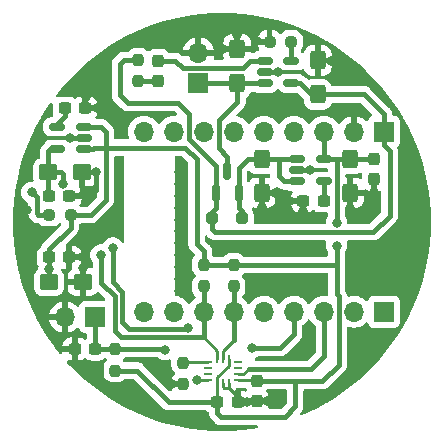
<source format=gtl>
G04 #@! TF.GenerationSoftware,KiCad,Pcbnew,7.0.2*
G04 #@! TF.CreationDate,2025-02-26T19:17:01+01:00*
G04 #@! TF.ProjectId,testESP32_2,74657374-4553-4503-9332-5f322e6b6963,rev?*
G04 #@! TF.SameCoordinates,Original*
G04 #@! TF.FileFunction,Copper,L1,Top*
G04 #@! TF.FilePolarity,Positive*
%FSLAX46Y46*%
G04 Gerber Fmt 4.6, Leading zero omitted, Abs format (unit mm)*
G04 Created by KiCad (PCBNEW 7.0.2) date 2025-02-26 19:17:01*
%MOMM*%
%LPD*%
G01*
G04 APERTURE LIST*
G04 Aperture macros list*
%AMRoundRect*
0 Rectangle with rounded corners*
0 $1 Rounding radius*
0 $2 $3 $4 $5 $6 $7 $8 $9 X,Y pos of 4 corners*
0 Add a 4 corners polygon primitive as box body*
4,1,4,$2,$3,$4,$5,$6,$7,$8,$9,$2,$3,0*
0 Add four circle primitives for the rounded corners*
1,1,$1+$1,$2,$3*
1,1,$1+$1,$4,$5*
1,1,$1+$1,$6,$7*
1,1,$1+$1,$8,$9*
0 Add four rect primitives between the rounded corners*
20,1,$1+$1,$2,$3,$4,$5,0*
20,1,$1+$1,$4,$5,$6,$7,0*
20,1,$1+$1,$6,$7,$8,$9,0*
20,1,$1+$1,$8,$9,$2,$3,0*%
G04 Aperture macros list end*
G04 #@! TA.AperFunction,SMDPad,CuDef*
%ADD10RoundRect,0.237500X0.237500X-0.250000X0.237500X0.250000X-0.237500X0.250000X-0.237500X-0.250000X0*%
G04 #@! TD*
G04 #@! TA.AperFunction,SMDPad,CuDef*
%ADD11RoundRect,0.237500X-0.300000X-0.237500X0.300000X-0.237500X0.300000X0.237500X-0.300000X0.237500X0*%
G04 #@! TD*
G04 #@! TA.AperFunction,SMDPad,CuDef*
%ADD12RoundRect,0.250000X0.425000X-0.537500X0.425000X0.537500X-0.425000X0.537500X-0.425000X-0.537500X0*%
G04 #@! TD*
G04 #@! TA.AperFunction,SMDPad,CuDef*
%ADD13RoundRect,0.250000X0.250000X0.250000X-0.250000X0.250000X-0.250000X-0.250000X0.250000X-0.250000X0*%
G04 #@! TD*
G04 #@! TA.AperFunction,SMDPad,CuDef*
%ADD14RoundRect,0.237500X0.300000X0.237500X-0.300000X0.237500X-0.300000X-0.237500X0.300000X-0.237500X0*%
G04 #@! TD*
G04 #@! TA.AperFunction,SMDPad,CuDef*
%ADD15RoundRect,0.237500X-0.250000X-0.237500X0.250000X-0.237500X0.250000X0.237500X-0.250000X0.237500X0*%
G04 #@! TD*
G04 #@! TA.AperFunction,ComponentPad*
%ADD16R,1.700000X1.700000*%
G04 #@! TD*
G04 #@! TA.AperFunction,ComponentPad*
%ADD17O,1.700000X1.700000*%
G04 #@! TD*
G04 #@! TA.AperFunction,SMDPad,CuDef*
%ADD18RoundRect,0.237500X-0.237500X0.300000X-0.237500X-0.300000X0.237500X-0.300000X0.237500X0.300000X0*%
G04 #@! TD*
G04 #@! TA.AperFunction,SMDPad,CuDef*
%ADD19RoundRect,0.150000X0.150000X-0.587500X0.150000X0.587500X-0.150000X0.587500X-0.150000X-0.587500X0*%
G04 #@! TD*
G04 #@! TA.AperFunction,SMDPad,CuDef*
%ADD20RoundRect,0.150000X0.512500X0.150000X-0.512500X0.150000X-0.512500X-0.150000X0.512500X-0.150000X0*%
G04 #@! TD*
G04 #@! TA.AperFunction,SMDPad,CuDef*
%ADD21RoundRect,0.237500X-0.237500X0.287500X-0.237500X-0.287500X0.237500X-0.287500X0.237500X0.287500X0*%
G04 #@! TD*
G04 #@! TA.AperFunction,SMDPad,CuDef*
%ADD22RoundRect,0.250000X-0.537500X-0.425000X0.537500X-0.425000X0.537500X0.425000X-0.537500X0.425000X0*%
G04 #@! TD*
G04 #@! TA.AperFunction,SMDPad,CuDef*
%ADD23RoundRect,0.237500X0.250000X0.237500X-0.250000X0.237500X-0.250000X-0.237500X0.250000X-0.237500X0*%
G04 #@! TD*
G04 #@! TA.AperFunction,SMDPad,CuDef*
%ADD24RoundRect,0.237500X-0.237500X0.250000X-0.237500X-0.250000X0.237500X-0.250000X0.237500X0.250000X0*%
G04 #@! TD*
G04 #@! TA.AperFunction,SMDPad,CuDef*
%ADD25RoundRect,0.250000X-0.425000X0.537500X-0.425000X-0.537500X0.425000X-0.537500X0.425000X0.537500X0*%
G04 #@! TD*
G04 #@! TA.AperFunction,SMDPad,CuDef*
%ADD26R,0.675000X0.250000*%
G04 #@! TD*
G04 #@! TA.AperFunction,SMDPad,CuDef*
%ADD27R,0.250000X0.675000*%
G04 #@! TD*
G04 #@! TA.AperFunction,SMDPad,CuDef*
%ADD28RoundRect,0.150000X-0.512500X-0.150000X0.512500X-0.150000X0.512500X0.150000X-0.512500X0.150000X0*%
G04 #@! TD*
G04 #@! TA.AperFunction,ViaPad*
%ADD29C,0.800000*%
G04 #@! TD*
G04 #@! TA.AperFunction,Conductor*
%ADD30C,0.400000*%
G04 #@! TD*
G04 #@! TA.AperFunction,Conductor*
%ADD31C,0.250000*%
G04 #@! TD*
G04 APERTURE END LIST*
D10*
X191050000Y-90875000D03*
X191050000Y-89050000D03*
D11*
X185450000Y-81300000D03*
X187175000Y-81300000D03*
D12*
X208200000Y-67500000D03*
X208200000Y-64625000D03*
D13*
X201777500Y-77950000D03*
X199277500Y-77950000D03*
D14*
X189350000Y-89050000D03*
X187625000Y-89050000D03*
D15*
X204125000Y-63050000D03*
X205950000Y-63050000D03*
D16*
X213800000Y-70650000D03*
D17*
X211260000Y-70650000D03*
X208720000Y-70650000D03*
X206180000Y-70650000D03*
X203640000Y-70650000D03*
X201100000Y-70650000D03*
X198560000Y-70650000D03*
X196020000Y-70650000D03*
X193480000Y-70650000D03*
X193480000Y-85890000D03*
X196020000Y-85890000D03*
X198560000Y-85890000D03*
X201100000Y-85890000D03*
X203640000Y-85890000D03*
X206180000Y-85890000D03*
X208720000Y-85890000D03*
X211260000Y-85890000D03*
D16*
X213800000Y-85890000D03*
D18*
X203050000Y-91750000D03*
X203050000Y-93475000D03*
D19*
X199600000Y-75875000D03*
X201500000Y-75875000D03*
X200550000Y-74000000D03*
D20*
X188387500Y-72150000D03*
X188387500Y-71200000D03*
X188387500Y-70250000D03*
X186112500Y-70250000D03*
X186112500Y-72150000D03*
D21*
X194700000Y-64650000D03*
X194700000Y-66400000D03*
D11*
X185450000Y-76100000D03*
X187175000Y-76100000D03*
D22*
X185400000Y-74100000D03*
X188275000Y-74100000D03*
D11*
X199700000Y-93550000D03*
X201425000Y-93550000D03*
D16*
X189350000Y-86350000D03*
D17*
X186810000Y-86350000D03*
D23*
X187275000Y-77700000D03*
X185450000Y-77700000D03*
D24*
X193000000Y-64575000D03*
X193000000Y-66400000D03*
X198550000Y-81925000D03*
X198550000Y-83750000D03*
D11*
X186800000Y-68650000D03*
X188525000Y-68650000D03*
D25*
X210950000Y-72950000D03*
X210950000Y-75825000D03*
D14*
X208700000Y-76500000D03*
X206975000Y-76500000D03*
D12*
X201400000Y-66550000D03*
X201400000Y-63675000D03*
D24*
X201100000Y-81925000D03*
X201100000Y-83750000D03*
D22*
X185450000Y-83400000D03*
X188325000Y-83400000D03*
D24*
X196800000Y-90200000D03*
X196800000Y-92025000D03*
D18*
X212950000Y-72925000D03*
X212950000Y-74650000D03*
D26*
X198937500Y-90187500D03*
X198937500Y-90687500D03*
X198937500Y-91187500D03*
X198937500Y-91687500D03*
D27*
X199700000Y-91950000D03*
X200200000Y-91950000D03*
X200700000Y-91950000D03*
D26*
X201462500Y-91687500D03*
X201462500Y-91187500D03*
X201462500Y-90687500D03*
X201462500Y-90187500D03*
D27*
X200700000Y-89925000D03*
X200200000Y-89925000D03*
X199700000Y-89925000D03*
D16*
X198100000Y-66550000D03*
D17*
X198100000Y-64010000D03*
D25*
X203450000Y-72950000D03*
X203450000Y-75825000D03*
D28*
X203700000Y-64650000D03*
X203700000Y-65600000D03*
X203700000Y-66550000D03*
X205975000Y-66550000D03*
X205975000Y-64650000D03*
X206425000Y-72950000D03*
X206425000Y-73900000D03*
X206425000Y-74850000D03*
X208700000Y-74850000D03*
X208700000Y-72950000D03*
D29*
X209800000Y-80300000D03*
X209800000Y-78350500D03*
X185450000Y-82250000D03*
X201400000Y-62500000D03*
X206600000Y-89250000D03*
X190000000Y-66400000D03*
X206050000Y-83250000D03*
X211850000Y-89100000D03*
X206100000Y-68300000D03*
X207550000Y-73900000D03*
X183550000Y-77250000D03*
X189000000Y-78850000D03*
X196500000Y-77100000D03*
X212950000Y-75800000D03*
X188250000Y-81300000D03*
X189550000Y-68650000D03*
X204800000Y-65600000D03*
X206950000Y-77400000D03*
X205800000Y-80400000D03*
X209350000Y-64650000D03*
X203050000Y-63000000D03*
X196500000Y-80100000D03*
X189450000Y-74100000D03*
X204550000Y-75850000D03*
X203450000Y-77050000D03*
X188350000Y-82200000D03*
X196500000Y-84100000D03*
X195900000Y-92000000D03*
X196500000Y-76100000D03*
X210950000Y-77100000D03*
X187250000Y-71200000D03*
X195300000Y-62900000D03*
X205850000Y-76500000D03*
X196500000Y-83100000D03*
X200150000Y-63650000D03*
X196500000Y-75100000D03*
X188550000Y-67750000D03*
X203950000Y-93450000D03*
X196500000Y-74100000D03*
X196500000Y-79100000D03*
X196500000Y-81100000D03*
X202250000Y-93550000D03*
X213000000Y-82350000D03*
X196500000Y-78100000D03*
X196500000Y-82100000D03*
X186600000Y-75050000D03*
X197250000Y-87250500D03*
X190850000Y-80500000D03*
X189850000Y-81100000D03*
X184000000Y-75800000D03*
X197950000Y-91700000D03*
X202650000Y-88950000D03*
X195300000Y-89100000D03*
D30*
X208720000Y-72930000D02*
X208700000Y-72950000D01*
X209970000Y-84570000D02*
X209970000Y-90380000D01*
D31*
X199700000Y-91950000D02*
X199700000Y-91450000D01*
D30*
X209800000Y-72950000D02*
X210950000Y-72950000D01*
X206300000Y-93900000D02*
X206300000Y-91750000D01*
X208720000Y-70650000D02*
X208720000Y-72930000D01*
X210950000Y-72950000D02*
X212925000Y-72950000D01*
X197950000Y-80150000D02*
X198550000Y-80750000D01*
X209970000Y-90380000D02*
X208600000Y-91750000D01*
X205400000Y-94800000D02*
X206300000Y-93900000D01*
D31*
X199700000Y-91450000D02*
X200700000Y-90450000D01*
D30*
X190250000Y-76450000D02*
X190250000Y-72000000D01*
X189000000Y-77700000D02*
X190250000Y-76450000D01*
X209800000Y-84400000D02*
X209970000Y-84570000D01*
X209800000Y-81950000D02*
X209800000Y-84400000D01*
D31*
X199700000Y-91950000D02*
X199700000Y-93550000D01*
D30*
X204750000Y-91750000D02*
X203050000Y-91750000D01*
X208700000Y-72950000D02*
X209800000Y-72950000D01*
X199700000Y-93550000D02*
X199700000Y-94500000D01*
X191050000Y-90875000D02*
X192925000Y-90875000D01*
X200000000Y-94800000D02*
X205400000Y-94800000D01*
X197950000Y-73000000D02*
X197950000Y-80150000D01*
X189150000Y-72150000D02*
X189300000Y-72000000D01*
X190250000Y-70650000D02*
X190250000Y-72000000D01*
X201100000Y-81925000D02*
X209775000Y-81925000D01*
X187275000Y-77700000D02*
X187275000Y-78775000D01*
D31*
X200700000Y-90450000D02*
X200700000Y-89925000D01*
D30*
X209775000Y-81925000D02*
X209800000Y-81950000D01*
X185450000Y-80600000D02*
X185450000Y-81300000D01*
D31*
X202987500Y-91687500D02*
X203050000Y-91750000D01*
D30*
X195600000Y-93550000D02*
X199700000Y-93550000D01*
X187275000Y-78775000D02*
X185450000Y-80600000D01*
X188387500Y-72150000D02*
X189150000Y-72150000D01*
X209800000Y-80300000D02*
X209800000Y-81950000D01*
X208600000Y-91750000D02*
X206300000Y-91750000D01*
X209800000Y-78350500D02*
X209800000Y-72950000D01*
X212925000Y-72950000D02*
X212950000Y-72925000D01*
X206300000Y-91750000D02*
X204750000Y-91750000D01*
X198550000Y-81925000D02*
X201100000Y-81925000D01*
X187275000Y-77700000D02*
X189000000Y-77700000D01*
X189850000Y-70250000D02*
X190250000Y-70650000D01*
D31*
X201462500Y-91687500D02*
X202987500Y-91687500D01*
D30*
X190250000Y-72000000D02*
X196950000Y-72000000D01*
X199700000Y-94500000D02*
X200000000Y-94800000D01*
X189300000Y-72000000D02*
X190250000Y-72000000D01*
X188387500Y-70250000D02*
X189850000Y-70250000D01*
X185450000Y-83400000D02*
X185450000Y-82250000D01*
X185450000Y-82250000D02*
X185450000Y-81300000D01*
X192925000Y-90875000D02*
X195600000Y-93550000D01*
X196950000Y-72000000D02*
X197950000Y-73000000D01*
X198550000Y-80750000D02*
X198550000Y-81925000D01*
X198100000Y-64010000D02*
X199790000Y-64010000D01*
X187950000Y-76100000D02*
X188275000Y-75775000D01*
D31*
X200200000Y-92300000D02*
X200250000Y-92350000D01*
D30*
X195925000Y-92025000D02*
X195900000Y-92000000D01*
X203100000Y-63050000D02*
X203050000Y-63000000D01*
X204125000Y-63050000D02*
X203100000Y-63050000D01*
X187175000Y-76100000D02*
X188900000Y-76100000D01*
D31*
X201425000Y-93075000D02*
X201425000Y-93550000D01*
X200200000Y-91950000D02*
X200200000Y-92300000D01*
D30*
X188387500Y-71200000D02*
X187250000Y-71200000D01*
X206975000Y-76500000D02*
X206975000Y-77375000D01*
X188900000Y-76100000D02*
X189450000Y-75550000D01*
X187175000Y-81300000D02*
X188250000Y-81300000D01*
X187175000Y-76100000D02*
X187950000Y-76100000D01*
D31*
X200250000Y-92350000D02*
X200700000Y-92350000D01*
D30*
X204525000Y-75825000D02*
X204550000Y-75850000D01*
X201400000Y-63675000D02*
X200175000Y-63675000D01*
X206975000Y-77375000D02*
X206950000Y-77400000D01*
X188525000Y-68650000D02*
X188525000Y-67775000D01*
X203700000Y-65600000D02*
X204800000Y-65600000D01*
X210950000Y-75825000D02*
X210950000Y-77100000D01*
X209325000Y-64625000D02*
X209350000Y-64650000D01*
X203450000Y-75825000D02*
X203450000Y-77050000D01*
X203050000Y-93475000D02*
X203925000Y-93475000D01*
X212950000Y-74650000D02*
X212950000Y-75800000D01*
X210950000Y-75825000D02*
X212925000Y-75825000D01*
D31*
X200700000Y-91950000D02*
X200700000Y-92350000D01*
X200700000Y-92350000D02*
X201425000Y-93075000D01*
D30*
X203925000Y-93475000D02*
X203950000Y-93450000D01*
X206975000Y-76500000D02*
X205850000Y-76500000D01*
X212925000Y-75825000D02*
X212950000Y-75800000D01*
X188275000Y-74100000D02*
X189450000Y-74100000D01*
X208200000Y-64625000D02*
X209325000Y-64625000D01*
X188325000Y-82225000D02*
X188350000Y-82200000D01*
X188525000Y-68650000D02*
X189550000Y-68650000D01*
X189450000Y-75550000D02*
X189450000Y-74100000D01*
X206425000Y-73900000D02*
X207550000Y-73900000D01*
X196800000Y-92025000D02*
X195925000Y-92025000D01*
D31*
X201425000Y-93550000D02*
X202250000Y-93550000D01*
D30*
X203450000Y-75825000D02*
X204525000Y-75825000D01*
X201400000Y-63675000D02*
X201400000Y-62500000D01*
X200175000Y-63675000D02*
X200150000Y-63650000D01*
X188325000Y-83400000D02*
X188325000Y-82225000D01*
X188275000Y-75775000D02*
X188275000Y-74100000D01*
X199790000Y-64010000D02*
X200150000Y-63650000D01*
X188525000Y-67775000D02*
X188550000Y-67750000D01*
X185400000Y-72300000D02*
X185400000Y-74100000D01*
X185400000Y-76050000D02*
X185450000Y-76100000D01*
X186600000Y-74200000D02*
X186500000Y-74100000D01*
X186600000Y-75050000D02*
X186600000Y-74200000D01*
X185550000Y-72150000D02*
X185400000Y-72300000D01*
X185400000Y-74100000D02*
X185400000Y-76050000D01*
X186500000Y-74100000D02*
X185400000Y-74100000D01*
X186112500Y-72150000D02*
X185550000Y-72150000D01*
X203700000Y-66550000D02*
X201400000Y-66550000D01*
X201400000Y-68100000D02*
X201400000Y-66550000D01*
X199810000Y-69690000D02*
X201400000Y-68100000D01*
X198100000Y-66550000D02*
X201400000Y-66550000D01*
X200550000Y-74000000D02*
X200550000Y-72800000D01*
X200550000Y-72800000D02*
X199810000Y-72060000D01*
X199810000Y-72060000D02*
X199810000Y-69690000D01*
X205350000Y-74850000D02*
X204900000Y-74400000D01*
X206425000Y-72950000D02*
X204900000Y-72950000D01*
X201500000Y-75875000D02*
X201500000Y-73750000D01*
X206425000Y-74850000D02*
X205350000Y-74850000D01*
X201500000Y-73750000D02*
X202300000Y-72950000D01*
X204900000Y-72950000D02*
X203450000Y-72950000D01*
X201500000Y-77100000D02*
X201500000Y-75875000D01*
X201777500Y-77377500D02*
X201500000Y-77100000D01*
X201777500Y-77950000D02*
X201777500Y-77377500D01*
X202300000Y-72950000D02*
X203450000Y-72950000D01*
X204900000Y-74400000D02*
X204900000Y-72950000D01*
X208700000Y-74850000D02*
X208700000Y-76500000D01*
X199600000Y-77100000D02*
X199600000Y-75875000D01*
X199550000Y-79150000D02*
X212900000Y-79150000D01*
X197300000Y-69150000D02*
X197300000Y-71300000D01*
X193000000Y-64575000D02*
X191775000Y-64575000D01*
X212900000Y-79150000D02*
X214300000Y-77750000D01*
X213800000Y-69150000D02*
X212150000Y-67500000D01*
X196350000Y-68200000D02*
X197300000Y-69150000D01*
X207650000Y-67500000D02*
X208200000Y-67500000D01*
X197300000Y-71300000D02*
X199600000Y-73600000D01*
X191450000Y-64900000D02*
X191450000Y-67550000D01*
X213800000Y-71800000D02*
X213800000Y-70650000D01*
X191775000Y-64575000D02*
X191450000Y-64900000D01*
X199277500Y-77422500D02*
X199600000Y-77100000D01*
X214300000Y-77750000D02*
X214300000Y-72300000D01*
X206700000Y-66550000D02*
X207650000Y-67500000D01*
X212150000Y-67500000D02*
X208200000Y-67500000D01*
X205975000Y-66550000D02*
X206700000Y-66550000D01*
X199277500Y-78877500D02*
X199550000Y-79150000D01*
X199600000Y-73600000D02*
X199600000Y-75875000D01*
X199277500Y-77950000D02*
X199277500Y-78877500D01*
X192100000Y-68200000D02*
X196350000Y-68200000D01*
X199277500Y-77950000D02*
X199277500Y-77422500D01*
X191450000Y-67550000D02*
X192100000Y-68200000D01*
X214300000Y-72300000D02*
X213800000Y-71800000D01*
X213800000Y-70650000D02*
X213800000Y-69150000D01*
X193000000Y-66400000D02*
X194700000Y-66400000D01*
X196150000Y-64650000D02*
X194700000Y-64650000D01*
X202500000Y-64650000D02*
X201890000Y-65260000D01*
X201890000Y-65260000D02*
X196760000Y-65260000D01*
X196760000Y-65260000D02*
X196150000Y-64650000D01*
X203700000Y-64650000D02*
X202500000Y-64650000D01*
D31*
X200200000Y-89925000D02*
X200200000Y-89200000D01*
D30*
X190850000Y-80500000D02*
X190850000Y-83400000D01*
X190850000Y-83400000D02*
X191640000Y-84190000D01*
D31*
X200200000Y-89200000D02*
X201100000Y-88300000D01*
D30*
X191640000Y-86790000D02*
X192200000Y-87350000D01*
X192200000Y-87350000D02*
X197250000Y-87350000D01*
X191640000Y-84190000D02*
X191640000Y-86790000D01*
X197250000Y-87350000D02*
X197250000Y-87250500D01*
X201100000Y-85890000D02*
X201100000Y-83750000D01*
X201100000Y-88300000D02*
X201100000Y-85890000D01*
X198560000Y-83760000D02*
X198550000Y-83750000D01*
D31*
X199700000Y-89925000D02*
X199700000Y-89200000D01*
D30*
X198560000Y-88050000D02*
X198560000Y-85890000D01*
D31*
X199700000Y-89200000D02*
X198560000Y-88060000D01*
D30*
X198560000Y-85890000D02*
X198560000Y-83760000D01*
X191000000Y-84600000D02*
X191000000Y-87500000D01*
X191550000Y-88050000D02*
X198560000Y-88050000D01*
X191000000Y-87500000D02*
X191550000Y-88050000D01*
X189850000Y-81100000D02*
X189850000Y-83450000D01*
X189850000Y-83450000D02*
X191000000Y-84600000D01*
D31*
X198560000Y-88060000D02*
X198560000Y-88050000D01*
D30*
X184400000Y-77550000D02*
X184400000Y-76200000D01*
X184550000Y-77700000D02*
X184400000Y-77550000D01*
X184400000Y-76200000D02*
X184000000Y-75800000D01*
X185450000Y-77700000D02*
X184550000Y-77700000D01*
X205950000Y-64625000D02*
X205975000Y-64650000D01*
X205950000Y-63050000D02*
X205950000Y-64625000D01*
D31*
X196812500Y-90187500D02*
X196800000Y-90200000D01*
X198937500Y-90187500D02*
X196812500Y-90187500D01*
X198937500Y-91687500D02*
X197962500Y-91687500D01*
D30*
X206180000Y-87820000D02*
X206180000Y-85890000D01*
D31*
X197962500Y-91687500D02*
X197950000Y-91700000D01*
D30*
X205050000Y-88950000D02*
X206180000Y-87820000D01*
X202650000Y-88950000D02*
X205050000Y-88950000D01*
D31*
X201462500Y-91187500D02*
X201912500Y-91187500D01*
D30*
X207600000Y-90750000D02*
X208720000Y-89630000D01*
X202350000Y-90750000D02*
X207600000Y-90750000D01*
D31*
X201912500Y-91187500D02*
X202350000Y-90750000D01*
D30*
X208720000Y-89630000D02*
X208720000Y-85890000D01*
X186800000Y-69300000D02*
X186800000Y-68650000D01*
X186112500Y-69987500D02*
X186800000Y-69300000D01*
X186112500Y-70250000D02*
X186112500Y-69987500D01*
X189350000Y-89050000D02*
X189350000Y-86350000D01*
X191050000Y-89050000D02*
X195250000Y-89050000D01*
X189350000Y-89050000D02*
X191050000Y-89050000D01*
X195250000Y-89050000D02*
X195300000Y-89100000D01*
G04 #@! TA.AperFunction,Conductor*
G36*
X185725846Y-68221821D02*
G01*
X185762211Y-68281481D01*
X185765794Y-68326175D01*
X185762320Y-68360185D01*
X185762319Y-68360196D01*
X185762000Y-68363323D01*
X185762000Y-68366470D01*
X185762000Y-68366471D01*
X185762000Y-68933526D01*
X185762000Y-68933545D01*
X185762001Y-68936676D01*
X185762320Y-68939808D01*
X185762321Y-68939809D01*
X185772325Y-69037752D01*
X185822752Y-69189929D01*
X185825154Y-69259758D01*
X185792728Y-69316613D01*
X185696163Y-69413180D01*
X185634840Y-69446666D01*
X185608481Y-69449500D01*
X185534306Y-69449500D01*
X185531886Y-69449690D01*
X185531871Y-69449691D01*
X185497427Y-69452402D01*
X185339602Y-69498255D01*
X185198134Y-69581919D01*
X185081919Y-69698134D01*
X184998255Y-69839602D01*
X184952402Y-69997427D01*
X184949691Y-70031871D01*
X184949690Y-70031886D01*
X184949500Y-70034306D01*
X184949500Y-70465694D01*
X184949690Y-70468114D01*
X184949691Y-70468128D01*
X184952402Y-70502572D01*
X184998255Y-70660397D01*
X185081918Y-70801864D01*
X185081919Y-70801865D01*
X185198135Y-70918081D01*
X185252248Y-70950083D01*
X185339602Y-71001744D01*
X185497427Y-71047597D01*
X185497431Y-71047598D01*
X185534306Y-71050500D01*
X185536751Y-71050500D01*
X186688249Y-71050500D01*
X186690694Y-71050500D01*
X186727569Y-71047598D01*
X186885398Y-71001744D01*
X187026865Y-70918081D01*
X187026865Y-70918080D01*
X187040348Y-70910107D01*
X187041060Y-70911311D01*
X187086019Y-70886758D01*
X187155711Y-70891739D01*
X187203439Y-70923751D01*
X187227704Y-70950000D01*
X187493185Y-70950000D01*
X187556306Y-70967268D01*
X187614602Y-71001744D01*
X187772427Y-71047597D01*
X187772431Y-71047598D01*
X187809306Y-71050500D01*
X187811751Y-71050500D01*
X188513500Y-71050500D01*
X188580539Y-71070185D01*
X188626294Y-71122989D01*
X188637500Y-71174500D01*
X188637500Y-71225500D01*
X188617815Y-71292539D01*
X188565011Y-71338294D01*
X188513500Y-71349500D01*
X187809306Y-71349500D01*
X187806886Y-71349690D01*
X187806871Y-71349691D01*
X187772427Y-71352402D01*
X187614602Y-71398255D01*
X187556306Y-71432732D01*
X187493185Y-71450000D01*
X187227704Y-71450000D01*
X187203439Y-71476249D01*
X187143477Y-71512114D01*
X187073643Y-71509869D01*
X187040569Y-71489519D01*
X187040348Y-71489893D01*
X187017277Y-71476249D01*
X186943694Y-71432732D01*
X186885397Y-71398255D01*
X186727572Y-71352402D01*
X186693128Y-71349691D01*
X186693114Y-71349690D01*
X186690694Y-71349500D01*
X185534306Y-71349500D01*
X185531886Y-71349690D01*
X185531871Y-71349691D01*
X185497427Y-71352402D01*
X185339602Y-71398255D01*
X185198136Y-71481918D01*
X185081917Y-71598136D01*
X185047498Y-71656335D01*
X185028448Y-71680893D01*
X184922290Y-71787051D01*
X184916838Y-71792183D01*
X184871816Y-71832070D01*
X184837649Y-71881568D01*
X184833213Y-71887597D01*
X184796121Y-71934942D01*
X184791961Y-71944186D01*
X184780941Y-71963725D01*
X184775182Y-71972069D01*
X184753853Y-72028305D01*
X184750989Y-72035219D01*
X184726303Y-72090070D01*
X184724475Y-72100047D01*
X184718454Y-72121648D01*
X184714859Y-72131128D01*
X184707609Y-72190827D01*
X184706483Y-72198226D01*
X184695641Y-72257390D01*
X184699274Y-72317433D01*
X184699500Y-72324920D01*
X184699499Y-72848840D01*
X184679814Y-72915880D01*
X184627010Y-72961634D01*
X184614505Y-72966545D01*
X184543166Y-72990185D01*
X184393842Y-73082288D01*
X184269788Y-73206342D01*
X184177686Y-73355665D01*
X184122500Y-73522202D01*
X184112319Y-73621858D01*
X184112317Y-73621878D01*
X184112000Y-73624991D01*
X184112000Y-73628138D01*
X184112000Y-73628139D01*
X184112000Y-74571858D01*
X184112000Y-74571877D01*
X184112001Y-74575008D01*
X184112320Y-74578140D01*
X184112321Y-74578141D01*
X184122500Y-74677796D01*
X184141952Y-74736496D01*
X184144354Y-74806324D01*
X184108622Y-74866366D01*
X184046102Y-74897559D01*
X184024246Y-74899500D01*
X183905352Y-74899500D01*
X183720197Y-74938855D01*
X183547269Y-75015848D01*
X183394129Y-75127110D01*
X183267466Y-75267783D01*
X183172820Y-75431715D01*
X183114326Y-75611742D01*
X183095365Y-75792147D01*
X183094540Y-75800000D01*
X183095614Y-75810220D01*
X183114326Y-75988257D01*
X183172820Y-76168284D01*
X183267466Y-76332216D01*
X183394129Y-76472889D01*
X183547267Y-76584149D01*
X183547270Y-76584151D01*
X183625937Y-76619175D01*
X183679172Y-76664424D01*
X183699494Y-76731273D01*
X183699500Y-76732454D01*
X183699500Y-77525079D01*
X183699274Y-77532566D01*
X183695641Y-77592607D01*
X183706483Y-77651771D01*
X183707610Y-77659172D01*
X183714860Y-77718873D01*
X183718450Y-77728339D01*
X183724475Y-77749952D01*
X183726303Y-77759929D01*
X183750991Y-77814783D01*
X183753856Y-77821701D01*
X183768072Y-77859184D01*
X183775182Y-77877930D01*
X183780941Y-77886273D01*
X183791961Y-77905813D01*
X183796120Y-77915054D01*
X183796121Y-77915055D01*
X183796122Y-77915057D01*
X183810735Y-77933709D01*
X183833216Y-77962405D01*
X183837651Y-77968432D01*
X183871817Y-78017929D01*
X183916847Y-78057822D01*
X183922283Y-78062940D01*
X184037058Y-78177715D01*
X184042178Y-78183153D01*
X184082071Y-78228183D01*
X184131577Y-78262355D01*
X184137597Y-78266785D01*
X184184941Y-78303877D01*
X184184942Y-78303877D01*
X184184943Y-78303878D01*
X184194184Y-78308037D01*
X184213730Y-78319061D01*
X184222070Y-78324818D01*
X184278322Y-78346151D01*
X184285218Y-78349009D01*
X184340068Y-78373695D01*
X184350035Y-78375521D01*
X184371651Y-78381546D01*
X184381128Y-78385140D01*
X184440840Y-78392390D01*
X184448185Y-78393507D01*
X184507394Y-78404358D01*
X184560859Y-78401123D01*
X184628962Y-78416723D01*
X184656022Y-78437212D01*
X184739150Y-78520340D01*
X184860918Y-78595447D01*
X184885984Y-78610908D01*
X185049746Y-78665174D01*
X185147690Y-78675180D01*
X185147691Y-78675180D01*
X185150823Y-78675500D01*
X185749176Y-78675499D01*
X185850253Y-78665174D01*
X186014016Y-78610908D01*
X186160850Y-78520340D01*
X186274820Y-78406369D01*
X186336141Y-78372886D01*
X186405833Y-78377870D01*
X186450184Y-78406374D01*
X186463897Y-78420088D01*
X186497380Y-78481412D01*
X186492393Y-78551104D01*
X186463894Y-78595447D01*
X184972290Y-80087051D01*
X184966838Y-80092183D01*
X184921816Y-80132070D01*
X184887649Y-80181568D01*
X184883213Y-80187597D01*
X184846121Y-80234942D01*
X184841961Y-80244186D01*
X184830941Y-80263725D01*
X184825182Y-80272069D01*
X184803853Y-80328305D01*
X184800989Y-80335219D01*
X184770128Y-80403794D01*
X184765911Y-80401896D01*
X184747305Y-80438717D01*
X184721971Y-80459414D01*
X184689149Y-80479659D01*
X184567161Y-80601647D01*
X184476591Y-80748484D01*
X184422325Y-80912246D01*
X184412319Y-81010190D01*
X184412317Y-81010210D01*
X184412000Y-81013323D01*
X184412000Y-81016470D01*
X184412000Y-81016471D01*
X184412000Y-81583526D01*
X184412000Y-81583545D01*
X184412001Y-81586676D01*
X184412320Y-81589808D01*
X184412321Y-81589809D01*
X184422325Y-81687752D01*
X184476591Y-81851515D01*
X184548670Y-81968373D01*
X184567110Y-82035766D01*
X184564938Y-82048704D01*
X184565688Y-82048783D01*
X184543178Y-82262960D01*
X184538898Y-82262510D01*
X184530725Y-82307115D01*
X184485092Y-82356845D01*
X184443842Y-82382288D01*
X184319788Y-82506342D01*
X184227686Y-82655665D01*
X184172500Y-82822202D01*
X184162319Y-82921858D01*
X184162317Y-82921878D01*
X184162000Y-82924991D01*
X184162000Y-82928138D01*
X184162000Y-82928139D01*
X184162000Y-83871858D01*
X184162000Y-83871877D01*
X184162001Y-83875008D01*
X184162320Y-83878140D01*
X184162321Y-83878141D01*
X184172500Y-83977796D01*
X184227686Y-84144334D01*
X184319788Y-84293657D01*
X184443842Y-84417711D01*
X184443844Y-84417712D01*
X184593166Y-84509814D01*
X184683821Y-84539854D01*
X184759702Y-84564999D01*
X184859358Y-84575180D01*
X184859359Y-84575180D01*
X184862491Y-84575500D01*
X186037508Y-84575499D01*
X186140297Y-84564999D01*
X186306834Y-84509814D01*
X186456156Y-84417712D01*
X186580212Y-84293656D01*
X186672314Y-84144334D01*
X186727499Y-83977797D01*
X186738000Y-83875009D01*
X186738000Y-83650000D01*
X187037501Y-83650000D01*
X187037501Y-83871829D01*
X187037821Y-83878111D01*
X187047993Y-83977695D01*
X187103142Y-84144122D01*
X187195183Y-84293345D01*
X187319154Y-84417316D01*
X187468377Y-84509357D01*
X187634803Y-84564506D01*
X187734390Y-84574680D01*
X187740668Y-84574999D01*
X188074999Y-84574999D01*
X188075000Y-84574998D01*
X188075000Y-83650000D01*
X187037501Y-83650000D01*
X186738000Y-83650000D01*
X186737999Y-83150000D01*
X187037500Y-83150000D01*
X188075000Y-83150000D01*
X188075000Y-82225000D01*
X188040423Y-82190423D01*
X188006938Y-82129100D01*
X188011922Y-82059408D01*
X188040423Y-82015061D01*
X188057443Y-81998040D01*
X188147953Y-81851301D01*
X188202181Y-81687651D01*
X188212180Y-81589777D01*
X188212500Y-81583499D01*
X188212500Y-81550000D01*
X187425000Y-81550000D01*
X187425000Y-82248190D01*
X187405315Y-82315229D01*
X187366098Y-82353728D01*
X187319154Y-82382683D01*
X187195183Y-82506654D01*
X187103142Y-82655877D01*
X187047993Y-82822303D01*
X187037819Y-82921890D01*
X187037500Y-82928168D01*
X187037500Y-83150000D01*
X186737999Y-83150000D01*
X186737999Y-82924992D01*
X186727499Y-82822203D01*
X186672314Y-82655666D01*
X186580212Y-82506344D01*
X186580211Y-82506342D01*
X186517063Y-82443194D01*
X186483578Y-82381871D01*
X186488562Y-82312179D01*
X186530434Y-82256246D01*
X186595898Y-82231829D01*
X186643748Y-82237807D01*
X186724848Y-82264681D01*
X186822722Y-82274680D01*
X186829000Y-82274999D01*
X186925000Y-82274998D01*
X186925000Y-80325000D01*
X187425000Y-80325000D01*
X187425000Y-81050000D01*
X188212499Y-81050000D01*
X188212499Y-81016502D01*
X188212178Y-81010220D01*
X188202181Y-80912349D01*
X188147953Y-80748698D01*
X188057443Y-80601959D01*
X187935540Y-80480056D01*
X187788801Y-80389546D01*
X187625151Y-80335318D01*
X187527277Y-80325319D01*
X187521000Y-80325000D01*
X187425000Y-80325000D01*
X186925000Y-80325000D01*
X186925000Y-80324999D01*
X186908009Y-80308008D01*
X186874524Y-80246685D01*
X186879508Y-80176993D01*
X186908007Y-80132648D01*
X187752731Y-79287924D01*
X187758150Y-79282823D01*
X187803183Y-79242929D01*
X187837377Y-79193389D01*
X187841770Y-79187419D01*
X187878878Y-79140056D01*
X187883035Y-79130818D01*
X187894061Y-79111268D01*
X187899818Y-79102930D01*
X187921152Y-79046674D01*
X187923994Y-79039811D01*
X187948695Y-78984931D01*
X187950522Y-78974956D01*
X187956549Y-78953339D01*
X187960140Y-78943872D01*
X187967387Y-78884179D01*
X187968514Y-78876777D01*
X187979358Y-78817606D01*
X187975726Y-78757566D01*
X187975500Y-78750079D01*
X187975500Y-78582052D01*
X187995185Y-78515013D01*
X188011819Y-78494371D01*
X188069371Y-78436819D01*
X188130694Y-78403334D01*
X188157052Y-78400500D01*
X188975079Y-78400500D01*
X188982566Y-78400726D01*
X188985706Y-78400915D01*
X189042606Y-78404358D01*
X189101782Y-78393513D01*
X189109181Y-78392387D01*
X189168872Y-78385140D01*
X189178335Y-78381550D01*
X189199958Y-78375522D01*
X189209932Y-78373695D01*
X189264808Y-78348996D01*
X189271673Y-78346152D01*
X189327930Y-78324818D01*
X189336270Y-78319060D01*
X189355819Y-78308035D01*
X189365057Y-78303878D01*
X189412413Y-78266775D01*
X189418420Y-78262355D01*
X189467929Y-78228183D01*
X189507823Y-78183150D01*
X189512924Y-78177731D01*
X190727731Y-76962924D01*
X190733150Y-76957823D01*
X190778183Y-76917929D01*
X190812355Y-76868420D01*
X190816775Y-76862413D01*
X190853878Y-76815057D01*
X190858035Y-76805819D01*
X190869060Y-76786270D01*
X190874818Y-76777930D01*
X190896150Y-76721678D01*
X190898999Y-76714800D01*
X190923695Y-76659931D01*
X190925522Y-76649956D01*
X190931549Y-76628339D01*
X190935140Y-76618872D01*
X190942387Y-76559179D01*
X190943514Y-76551777D01*
X190954358Y-76492606D01*
X190950726Y-76432566D01*
X190950500Y-76425079D01*
X190950500Y-72824500D01*
X190970185Y-72757461D01*
X191022989Y-72711706D01*
X191074500Y-72700500D01*
X191716000Y-72700500D01*
X191783039Y-72720185D01*
X191828794Y-72772989D01*
X191840000Y-72824500D01*
X191840000Y-79950955D01*
X191820315Y-80017994D01*
X191767511Y-80063749D01*
X191698353Y-80073693D01*
X191634797Y-80044668D01*
X191608613Y-80012955D01*
X191582533Y-79967783D01*
X191455870Y-79827110D01*
X191302730Y-79715848D01*
X191129802Y-79638855D01*
X190944648Y-79599500D01*
X190944646Y-79599500D01*
X190755354Y-79599500D01*
X190755352Y-79599500D01*
X190570197Y-79638855D01*
X190397269Y-79715848D01*
X190244129Y-79827110D01*
X190117466Y-79967783D01*
X190019481Y-80137500D01*
X189968914Y-80185716D01*
X189912094Y-80199500D01*
X189755352Y-80199500D01*
X189570197Y-80238855D01*
X189397269Y-80315848D01*
X189244129Y-80427110D01*
X189117466Y-80567783D01*
X189022820Y-80731715D01*
X188964326Y-80911742D01*
X188944540Y-81099999D01*
X188964326Y-81288257D01*
X189022820Y-81468284D01*
X189117465Y-81632214D01*
X189117646Y-81632415D01*
X189117964Y-81633078D01*
X189123983Y-81643503D01*
X189123188Y-81643961D01*
X189147879Y-81695405D01*
X189149500Y-81715391D01*
X189149500Y-82111901D01*
X189129815Y-82178940D01*
X189077011Y-82224695D01*
X189012897Y-82235259D01*
X188915609Y-82225319D01*
X188909332Y-82225000D01*
X188575000Y-82225000D01*
X188575000Y-84574999D01*
X188909329Y-84574999D01*
X188915611Y-84574678D01*
X189015195Y-84564506D01*
X189181622Y-84509357D01*
X189330845Y-84417316D01*
X189454815Y-84293346D01*
X189467049Y-84273512D01*
X189518997Y-84226786D01*
X189587959Y-84215563D01*
X189652042Y-84243406D01*
X189660262Y-84250918D01*
X189836305Y-84426961D01*
X190197162Y-84787819D01*
X190230647Y-84849142D01*
X190225663Y-84918834D01*
X190183791Y-84974767D01*
X190118327Y-84999184D01*
X190109481Y-84999500D01*
X188455439Y-84999500D01*
X188455420Y-84999500D01*
X188452128Y-84999501D01*
X188448848Y-84999853D01*
X188448840Y-84999854D01*
X188392515Y-85005909D01*
X188257669Y-85056204D01*
X188142454Y-85142454D01*
X188056204Y-85257669D01*
X188006997Y-85389599D01*
X187965125Y-85445532D01*
X187899661Y-85469949D01*
X187831388Y-85455097D01*
X187803134Y-85433946D01*
X187681081Y-85311893D01*
X187487576Y-85176399D01*
X187273492Y-85076569D01*
X187060000Y-85019364D01*
X187060000Y-85914498D01*
X186952315Y-85865320D01*
X186845763Y-85850000D01*
X186774237Y-85850000D01*
X186667685Y-85865320D01*
X186560000Y-85914498D01*
X186560000Y-85019364D01*
X186559999Y-85019364D01*
X186346507Y-85076569D01*
X186132421Y-85176400D01*
X185938921Y-85311890D01*
X185771890Y-85478921D01*
X185636400Y-85672421D01*
X185536569Y-85886507D01*
X185479364Y-86099999D01*
X185479364Y-86100000D01*
X186376314Y-86100000D01*
X186350507Y-86140156D01*
X186310000Y-86278111D01*
X186310000Y-86421889D01*
X186350507Y-86559844D01*
X186376314Y-86600000D01*
X185479364Y-86600000D01*
X185536569Y-86813492D01*
X185636399Y-87027576D01*
X185771893Y-87221081D01*
X185938918Y-87388106D01*
X186132423Y-87523600D01*
X186346509Y-87623430D01*
X186560000Y-87680634D01*
X186560000Y-86785501D01*
X186667685Y-86834680D01*
X186774237Y-86850000D01*
X186845763Y-86850000D01*
X186952315Y-86834680D01*
X187060000Y-86785501D01*
X187060000Y-87680633D01*
X187273490Y-87623430D01*
X187487576Y-87523600D01*
X187681077Y-87388109D01*
X187803133Y-87266053D01*
X187864456Y-87232568D01*
X187934148Y-87237552D01*
X187990082Y-87279423D01*
X188006996Y-87310399D01*
X188056204Y-87442331D01*
X188142454Y-87557546D01*
X188257669Y-87643796D01*
X188392517Y-87694091D01*
X188452127Y-87700500D01*
X188525500Y-87700499D01*
X188592538Y-87720183D01*
X188638294Y-87772986D01*
X188649500Y-87824499D01*
X188649500Y-88123228D01*
X188629815Y-88190267D01*
X188590600Y-88228765D01*
X188589147Y-88229660D01*
X188574825Y-88243983D01*
X188513502Y-88277467D01*
X188443810Y-88272481D01*
X188399465Y-88243981D01*
X188385540Y-88230056D01*
X188238801Y-88139546D01*
X188075151Y-88085318D01*
X187977277Y-88075319D01*
X187971000Y-88075000D01*
X187875000Y-88075000D01*
X187875000Y-90024999D01*
X187970997Y-90024999D01*
X187977279Y-90024678D01*
X188075150Y-90014681D01*
X188238804Y-89960452D01*
X188385536Y-89869945D01*
X188399463Y-89856019D01*
X188460785Y-89822532D01*
X188530477Y-89827515D01*
X188574829Y-89856018D01*
X188589150Y-89870340D01*
X188726433Y-89955017D01*
X188735984Y-89960908D01*
X188899746Y-90015174D01*
X188997690Y-90025180D01*
X188997691Y-90025180D01*
X189000823Y-90025500D01*
X189699176Y-90025499D01*
X189800253Y-90015174D01*
X189964016Y-89960908D01*
X190110850Y-89870340D01*
X190137317Y-89843872D01*
X190198640Y-89810386D01*
X190268332Y-89815370D01*
X190312681Y-89843871D01*
X190343628Y-89874818D01*
X190377113Y-89936141D01*
X190372129Y-90005833D01*
X190343629Y-90050180D01*
X190229660Y-90164149D01*
X190139091Y-90310984D01*
X190084825Y-90474746D01*
X190074819Y-90572690D01*
X190074817Y-90572710D01*
X190074500Y-90575823D01*
X190074500Y-90578970D01*
X190074500Y-90578971D01*
X190074500Y-91171026D01*
X190074500Y-91171045D01*
X190074501Y-91174176D01*
X190074820Y-91177308D01*
X190074821Y-91177309D01*
X190084825Y-91275252D01*
X190139091Y-91439015D01*
X190229661Y-91585852D01*
X190351647Y-91707838D01*
X190498484Y-91798408D01*
X190662246Y-91852674D01*
X190760190Y-91862680D01*
X190760191Y-91862680D01*
X190763323Y-91863000D01*
X191336676Y-91862999D01*
X191437753Y-91852674D01*
X191601516Y-91798408D01*
X191748350Y-91707840D01*
X191781790Y-91674400D01*
X191844372Y-91611819D01*
X191905695Y-91578334D01*
X191932053Y-91575500D01*
X192583481Y-91575500D01*
X192650520Y-91595185D01*
X192671162Y-91611819D01*
X195087058Y-94027715D01*
X195092178Y-94033153D01*
X195123820Y-94068869D01*
X195132072Y-94078184D01*
X195181569Y-94112349D01*
X195187602Y-94116788D01*
X195234943Y-94153877D01*
X195244174Y-94158031D01*
X195263726Y-94169058D01*
X195272070Y-94174818D01*
X195328322Y-94196151D01*
X195335228Y-94199012D01*
X195390068Y-94223694D01*
X195400030Y-94225519D01*
X195421650Y-94231546D01*
X195431125Y-94235139D01*
X195431128Y-94235140D01*
X195490856Y-94242392D01*
X195498201Y-94243509D01*
X195557394Y-94254357D01*
X195617422Y-94250726D01*
X195624910Y-94250500D01*
X198767948Y-94250500D01*
X198834987Y-94270185D01*
X198855624Y-94286814D01*
X198939150Y-94370340D01*
X198940496Y-94371170D01*
X198945112Y-94376302D01*
X198949399Y-94380589D01*
X198949172Y-94380815D01*
X198987221Y-94423117D01*
X198999175Y-94484197D01*
X198995641Y-94542607D01*
X199006483Y-94601771D01*
X199007610Y-94609172D01*
X199014860Y-94668873D01*
X199018450Y-94678339D01*
X199024475Y-94699952D01*
X199026303Y-94709929D01*
X199050991Y-94764783D01*
X199053856Y-94771701D01*
X199071879Y-94819222D01*
X199075182Y-94827930D01*
X199080941Y-94836273D01*
X199091961Y-94855813D01*
X199096120Y-94865054D01*
X199133216Y-94912405D01*
X199137651Y-94918432D01*
X199171817Y-94967929D01*
X199216847Y-95007822D01*
X199222283Y-95012940D01*
X199487058Y-95277715D01*
X199492178Y-95283153D01*
X199532071Y-95328183D01*
X199581577Y-95362355D01*
X199587597Y-95366785D01*
X199634941Y-95403877D01*
X199634942Y-95403877D01*
X199634943Y-95403878D01*
X199644184Y-95408037D01*
X199663730Y-95419061D01*
X199672070Y-95424818D01*
X199728322Y-95446151D01*
X199735218Y-95449009D01*
X199790068Y-95473695D01*
X199800035Y-95475521D01*
X199821651Y-95481546D01*
X199831128Y-95485140D01*
X199890840Y-95492390D01*
X199898185Y-95493507D01*
X199957394Y-95504358D01*
X200014102Y-95500927D01*
X200017434Y-95500726D01*
X200024921Y-95500500D01*
X203029847Y-95500500D01*
X203096886Y-95520185D01*
X203142641Y-95572989D01*
X203152585Y-95642147D01*
X203123560Y-95705703D01*
X203064782Y-95743477D01*
X203050410Y-95746783D01*
X202621812Y-95818855D01*
X202615970Y-95819695D01*
X201785374Y-95919004D01*
X201779499Y-95919565D01*
X200945124Y-95979241D01*
X200939229Y-95979522D01*
X200102951Y-95999429D01*
X200097049Y-95999429D01*
X199260770Y-95979522D01*
X199254875Y-95979241D01*
X198420500Y-95919565D01*
X198414625Y-95919004D01*
X197584029Y-95819695D01*
X197578187Y-95818855D01*
X196753256Y-95680136D01*
X196747461Y-95679019D01*
X195930080Y-95501208D01*
X195924345Y-95499817D01*
X195116317Y-95283307D01*
X195110654Y-95281644D01*
X194313883Y-95026944D01*
X194308305Y-95025014D01*
X193524515Y-94732675D01*
X193519036Y-94730481D01*
X192750083Y-94401197D01*
X192744715Y-94398746D01*
X191992266Y-94033228D01*
X191987020Y-94030523D01*
X191252838Y-93629630D01*
X191247727Y-93626679D01*
X190533445Y-93191301D01*
X190528480Y-93188110D01*
X189835727Y-92719241D01*
X189830920Y-92715818D01*
X189481650Y-92454358D01*
X189161267Y-92214522D01*
X189156630Y-92210877D01*
X188511563Y-91678265D01*
X188507103Y-91674400D01*
X187888124Y-91111710D01*
X187883853Y-91107637D01*
X187292362Y-90516146D01*
X187288289Y-90511875D01*
X187254537Y-90474747D01*
X187008377Y-90203962D01*
X186977849Y-90141116D01*
X186986144Y-90071740D01*
X187030629Y-90017863D01*
X187097181Y-89996588D01*
X187139136Y-90002847D01*
X187174848Y-90014681D01*
X187272722Y-90024680D01*
X187279000Y-90024999D01*
X187375000Y-90024998D01*
X187375000Y-89300000D01*
X186587501Y-89300000D01*
X186587501Y-89333497D01*
X186587821Y-89339779D01*
X186591284Y-89373680D01*
X186578514Y-89442373D01*
X186530633Y-89493257D01*
X186462843Y-89510177D01*
X186396667Y-89487761D01*
X186372307Y-89465231D01*
X186318662Y-89400259D01*
X186189115Y-89243361D01*
X186185474Y-89238729D01*
X186165705Y-89212321D01*
X185857045Y-88799999D01*
X186587499Y-88799999D01*
X186587500Y-88800000D01*
X187375000Y-88800000D01*
X187375000Y-88074999D01*
X187279004Y-88075000D01*
X187272719Y-88075321D01*
X187174849Y-88085318D01*
X187011198Y-88139546D01*
X186864459Y-88230056D01*
X186742556Y-88351959D01*
X186652046Y-88498698D01*
X186597818Y-88662348D01*
X186587819Y-88760222D01*
X186587500Y-88766500D01*
X186587499Y-88799999D01*
X185857045Y-88799999D01*
X185684177Y-88569074D01*
X185680758Y-88564272D01*
X185636376Y-88498698D01*
X185211885Y-87871513D01*
X185208698Y-87866554D01*
X185195891Y-87845542D01*
X184773315Y-87152264D01*
X184770369Y-87147161D01*
X184696093Y-87011135D01*
X184369473Y-86412973D01*
X184366771Y-86407733D01*
X184344571Y-86362032D01*
X184001247Y-85655272D01*
X183998802Y-85649916D01*
X183906318Y-85433946D01*
X183669517Y-84880961D01*
X183667324Y-84875484D01*
X183646720Y-84820242D01*
X183374977Y-84091673D01*
X183373062Y-84086138D01*
X183118349Y-83289327D01*
X183116692Y-83283682D01*
X182900182Y-82475654D01*
X182898791Y-82469919D01*
X182867321Y-82325252D01*
X182720973Y-81652505D01*
X182719869Y-81646776D01*
X182581140Y-80821791D01*
X182580307Y-80815993D01*
X182480993Y-79985360D01*
X182480434Y-79979499D01*
X182479596Y-79967783D01*
X182420756Y-79145088D01*
X182420478Y-79139264D01*
X182400570Y-78302940D01*
X182400570Y-78297049D01*
X182401233Y-78269200D01*
X182420478Y-77460733D01*
X182420756Y-77454913D01*
X182480435Y-76620481D01*
X182480995Y-76614625D01*
X182580308Y-75784001D01*
X182581139Y-75778214D01*
X182719870Y-74953215D01*
X182720972Y-74947502D01*
X182898793Y-74130070D01*
X182900182Y-74124345D01*
X182943414Y-73963000D01*
X183116697Y-73316298D01*
X183118346Y-73310683D01*
X183373066Y-72513848D01*
X183374973Y-72508339D01*
X183667330Y-71724499D01*
X183669518Y-71719036D01*
X183669648Y-71718733D01*
X183998814Y-70950054D01*
X184001239Y-70944743D01*
X184366782Y-70192244D01*
X184369464Y-70187043D01*
X184770384Y-69452810D01*
X184773304Y-69447753D01*
X185208713Y-68733420D01*
X185211872Y-68728505D01*
X185539747Y-68244070D01*
X185593623Y-68199587D01*
X185662999Y-68191292D01*
X185725846Y-68221821D01*
G37*
G04 #@! TD.AperFunction*
G04 #@! TA.AperFunction,Conductor*
G36*
X200939264Y-60620478D02*
G01*
X200945088Y-60620756D01*
X201779514Y-60680435D01*
X201785360Y-60680993D01*
X202615993Y-60780307D01*
X202621791Y-60781140D01*
X203446776Y-60919869D01*
X203452505Y-60920973D01*
X204269919Y-61098791D01*
X204275654Y-61100182D01*
X204736294Y-61223610D01*
X205083690Y-61316694D01*
X205089327Y-61318349D01*
X205886138Y-61573062D01*
X205891673Y-61574977D01*
X206675484Y-61867324D01*
X206680961Y-61869517D01*
X207449929Y-62198808D01*
X207455272Y-62201247D01*
X208067599Y-62498698D01*
X208207733Y-62566771D01*
X208212973Y-62569473D01*
X208947170Y-62970374D01*
X208952264Y-62973315D01*
X209666554Y-63408698D01*
X209671513Y-63411885D01*
X210351517Y-63872125D01*
X210364272Y-63880758D01*
X210369074Y-63884177D01*
X210979048Y-64340798D01*
X211038729Y-64385474D01*
X211043361Y-64389115D01*
X211683227Y-64917433D01*
X211688436Y-64921734D01*
X211692895Y-64925598D01*
X212270094Y-65450308D01*
X212311875Y-65488289D01*
X212316146Y-65492362D01*
X212907637Y-66083853D01*
X212911710Y-66088124D01*
X213474400Y-66707103D01*
X213478265Y-66711563D01*
X213550685Y-66799274D01*
X214003419Y-67347598D01*
X214010877Y-67356630D01*
X214014522Y-67361267D01*
X214249246Y-67674821D01*
X214515818Y-68030920D01*
X214519241Y-68035727D01*
X214988110Y-68728480D01*
X214991301Y-68733445D01*
X215426679Y-69447727D01*
X215429630Y-69452838D01*
X215830523Y-70187020D01*
X215833228Y-70192266D01*
X216198746Y-70944715D01*
X216201197Y-70950083D01*
X216530481Y-71719036D01*
X216532675Y-71724515D01*
X216825014Y-72508305D01*
X216826944Y-72513883D01*
X217081644Y-73310654D01*
X217083307Y-73316317D01*
X217299817Y-74124345D01*
X217301208Y-74130080D01*
X217479019Y-74947461D01*
X217480136Y-74953256D01*
X217618855Y-75778187D01*
X217619695Y-75784029D01*
X217719004Y-76614625D01*
X217719565Y-76620500D01*
X217779241Y-77454875D01*
X217779522Y-77460770D01*
X217799429Y-78297049D01*
X217799429Y-78302951D01*
X217779522Y-79139229D01*
X217779241Y-79145124D01*
X217719565Y-79979499D01*
X217719004Y-79985374D01*
X217619695Y-80815970D01*
X217618855Y-80821812D01*
X217480136Y-81646743D01*
X217479019Y-81652538D01*
X217301208Y-82469919D01*
X217299817Y-82475654D01*
X217083307Y-83283682D01*
X217081644Y-83289345D01*
X216826944Y-84086116D01*
X216825014Y-84091694D01*
X216532675Y-84875484D01*
X216530481Y-84880963D01*
X216201197Y-85649916D01*
X216198746Y-85655284D01*
X215833228Y-86407733D01*
X215830523Y-86412979D01*
X215429630Y-87147161D01*
X215426679Y-87152272D01*
X214991301Y-87866554D01*
X214988110Y-87871519D01*
X214519241Y-88564272D01*
X214515818Y-88569079D01*
X214014525Y-89238729D01*
X214010877Y-89243369D01*
X213478265Y-89888436D01*
X213474400Y-89892896D01*
X212911710Y-90511875D01*
X212907637Y-90516146D01*
X212316146Y-91107637D01*
X212311875Y-91111710D01*
X211692896Y-91674400D01*
X211688436Y-91678265D01*
X211043369Y-92210877D01*
X211038729Y-92214525D01*
X210369079Y-92715818D01*
X210364272Y-92719241D01*
X209671519Y-93188110D01*
X209666554Y-93191301D01*
X208952272Y-93626679D01*
X208947161Y-93629630D01*
X208212979Y-94030523D01*
X208207733Y-94033228D01*
X207455284Y-94398746D01*
X207449916Y-94401197D01*
X206886242Y-94642576D01*
X206816866Y-94650871D01*
X206754019Y-94620342D01*
X206717654Y-94560682D01*
X206719317Y-94490832D01*
X206749746Y-94440909D01*
X206777731Y-94412924D01*
X206783150Y-94407823D01*
X206828183Y-94367929D01*
X206862351Y-94318426D01*
X206866763Y-94312428D01*
X206903878Y-94265057D01*
X206908034Y-94255820D01*
X206919062Y-94236267D01*
X206924818Y-94227930D01*
X206946153Y-94171671D01*
X206948997Y-94164803D01*
X206973694Y-94109932D01*
X206975519Y-94099970D01*
X206981545Y-94078348D01*
X206985140Y-94068872D01*
X206992389Y-94009165D01*
X206993516Y-94001762D01*
X207004357Y-93942606D01*
X207000726Y-93882577D01*
X207000500Y-93875090D01*
X207000500Y-92574500D01*
X207020185Y-92507461D01*
X207072989Y-92461706D01*
X207124500Y-92450500D01*
X208575079Y-92450500D01*
X208582566Y-92450726D01*
X208585706Y-92450915D01*
X208642606Y-92454358D01*
X208701782Y-92443513D01*
X208709181Y-92442387D01*
X208768872Y-92435140D01*
X208778335Y-92431550D01*
X208799958Y-92425522D01*
X208809932Y-92423695D01*
X208864808Y-92398996D01*
X208871673Y-92396152D01*
X208927930Y-92374818D01*
X208936270Y-92369060D01*
X208955819Y-92358035D01*
X208965057Y-92353878D01*
X209012413Y-92316775D01*
X209018420Y-92312355D01*
X209067929Y-92278183D01*
X209107823Y-92233150D01*
X209112924Y-92227731D01*
X210447723Y-90892931D01*
X210453142Y-90887829D01*
X210498183Y-90847929D01*
X210532361Y-90798410D01*
X210536790Y-90792394D01*
X210573875Y-90745060D01*
X210573875Y-90745059D01*
X210573878Y-90745056D01*
X210578037Y-90735814D01*
X210589061Y-90716268D01*
X210594818Y-90707930D01*
X210616152Y-90651674D01*
X210618994Y-90644811D01*
X210643695Y-90589931D01*
X210645522Y-90579956D01*
X210651549Y-90558339D01*
X210655140Y-90548872D01*
X210662387Y-90489179D01*
X210663514Y-90481777D01*
X210664802Y-90474747D01*
X210674358Y-90422606D01*
X210670726Y-90362566D01*
X210670500Y-90355079D01*
X210670500Y-87291784D01*
X210690185Y-87224745D01*
X210742989Y-87178990D01*
X210812147Y-87169046D01*
X210826574Y-87172004D01*
X211024592Y-87225063D01*
X211167339Y-87237552D01*
X211259999Y-87245659D01*
X211259999Y-87245658D01*
X211260000Y-87245659D01*
X211495408Y-87225063D01*
X211723663Y-87163903D01*
X211937830Y-87064035D01*
X212131401Y-86928495D01*
X212253329Y-86806566D01*
X212314648Y-86773084D01*
X212384340Y-86778068D01*
X212440274Y-86819939D01*
X212457189Y-86850916D01*
X212506204Y-86982331D01*
X212592454Y-87097546D01*
X212707669Y-87183796D01*
X212842517Y-87234091D01*
X212902127Y-87240500D01*
X214697872Y-87240499D01*
X214757483Y-87234091D01*
X214892331Y-87183796D01*
X215007546Y-87097546D01*
X215093796Y-86982331D01*
X215144091Y-86847483D01*
X215150500Y-86787873D01*
X215150499Y-84992128D01*
X215144091Y-84932517D01*
X215093796Y-84797669D01*
X215007546Y-84682454D01*
X214892331Y-84596204D01*
X214757483Y-84545909D01*
X214743169Y-84544370D01*
X214701166Y-84539854D01*
X214701165Y-84539853D01*
X214697873Y-84539500D01*
X214694550Y-84539500D01*
X212905439Y-84539500D01*
X212905420Y-84539500D01*
X212902128Y-84539501D01*
X212898848Y-84539853D01*
X212898840Y-84539854D01*
X212842515Y-84545909D01*
X212707669Y-84596204D01*
X212592454Y-84682454D01*
X212506204Y-84797669D01*
X212457189Y-84929083D01*
X212415317Y-84985016D01*
X212349852Y-85009433D01*
X212281580Y-84994581D01*
X212253326Y-84973430D01*
X212131404Y-84851508D01*
X212131401Y-84851505D01*
X211937830Y-84715965D01*
X211723663Y-84616097D01*
X211662501Y-84599709D01*
X211495407Y-84554936D01*
X211259999Y-84534340D01*
X211024592Y-84554936D01*
X210825394Y-84608311D01*
X210755544Y-84606648D01*
X210697682Y-84567485D01*
X210671332Y-84510887D01*
X210663516Y-84468235D01*
X210662389Y-84460831D01*
X210655140Y-84401128D01*
X210654000Y-84398121D01*
X210651546Y-84391650D01*
X210645519Y-84370029D01*
X210645514Y-84370000D01*
X210643694Y-84360068D01*
X210619012Y-84305228D01*
X210616151Y-84298322D01*
X210594818Y-84242070D01*
X210589058Y-84233726D01*
X210578030Y-84214172D01*
X210573877Y-84204943D01*
X210536791Y-84157606D01*
X210532351Y-84151571D01*
X210522449Y-84137225D01*
X210500567Y-84070871D01*
X210500500Y-84066787D01*
X210500500Y-81974908D01*
X210500726Y-81967421D01*
X210504357Y-81907394D01*
X210502531Y-81897429D01*
X210500500Y-81875078D01*
X210500500Y-80915391D01*
X210520185Y-80848352D01*
X210532354Y-80832415D01*
X210532387Y-80832377D01*
X210532533Y-80832216D01*
X210627179Y-80668284D01*
X210685674Y-80488256D01*
X210705460Y-80300000D01*
X210685674Y-80111744D01*
X210653966Y-80014157D01*
X210653531Y-80012818D01*
X210651536Y-79942977D01*
X210687617Y-79883144D01*
X210750318Y-79852316D01*
X210771462Y-79850500D01*
X212875079Y-79850500D01*
X212882566Y-79850726D01*
X212885706Y-79850915D01*
X212942606Y-79854358D01*
X213001782Y-79843513D01*
X213009181Y-79842387D01*
X213068872Y-79835140D01*
X213078335Y-79831550D01*
X213099958Y-79825522D01*
X213109932Y-79823695D01*
X213164808Y-79798996D01*
X213171673Y-79796152D01*
X213227930Y-79774818D01*
X213236270Y-79769060D01*
X213255819Y-79758035D01*
X213265057Y-79753878D01*
X213312413Y-79716775D01*
X213318420Y-79712355D01*
X213367929Y-79678183D01*
X213407823Y-79633150D01*
X213412924Y-79627731D01*
X214777731Y-78262924D01*
X214783150Y-78257823D01*
X214828183Y-78217929D01*
X214862355Y-78168420D01*
X214866775Y-78162413D01*
X214903878Y-78115057D01*
X214908035Y-78105819D01*
X214919060Y-78086270D01*
X214924818Y-78077930D01*
X214946152Y-78021673D01*
X214948996Y-78014808D01*
X214973695Y-77959932D01*
X214975522Y-77949958D01*
X214981552Y-77928331D01*
X214985140Y-77918871D01*
X214985604Y-77915054D01*
X214992387Y-77859181D01*
X214993514Y-77851778D01*
X215004358Y-77792606D01*
X215000726Y-77732566D01*
X215000500Y-77725079D01*
X215000500Y-72324919D01*
X215000726Y-72317432D01*
X215004358Y-72257394D01*
X214993507Y-72198185D01*
X214992388Y-72190827D01*
X214985140Y-72131128D01*
X214981545Y-72121648D01*
X214975522Y-72100044D01*
X214973695Y-72090069D01*
X214949009Y-72035219D01*
X214946149Y-72028316D01*
X214942386Y-72018396D01*
X214937018Y-71948736D01*
X214970164Y-71887229D01*
X214984009Y-71875165D01*
X215007546Y-71857546D01*
X215093796Y-71742331D01*
X215144091Y-71607483D01*
X215150500Y-71547873D01*
X215150499Y-69752128D01*
X215144091Y-69692517D01*
X215093796Y-69557669D01*
X215007546Y-69442454D01*
X214892331Y-69356204D01*
X214757483Y-69305909D01*
X214757483Y-69305908D01*
X214701166Y-69299854D01*
X214701165Y-69299853D01*
X214697873Y-69299500D01*
X214694551Y-69299500D01*
X214624500Y-69299500D01*
X214557461Y-69279815D01*
X214511706Y-69227011D01*
X214500500Y-69175500D01*
X214500500Y-69174908D01*
X214500726Y-69167421D01*
X214501396Y-69156342D01*
X214504357Y-69107394D01*
X214493509Y-69048201D01*
X214492392Y-69040856D01*
X214485140Y-68981128D01*
X214485139Y-68981125D01*
X214481546Y-68971650D01*
X214475519Y-68950029D01*
X214473694Y-68940068D01*
X214449012Y-68885228D01*
X214446151Y-68878322D01*
X214424818Y-68822070D01*
X214419058Y-68813726D01*
X214408030Y-68794172D01*
X214403877Y-68784943D01*
X214366784Y-68737597D01*
X214362349Y-68731569D01*
X214328184Y-68682072D01*
X214323266Y-68677715D01*
X214283153Y-68642178D01*
X214277715Y-68637058D01*
X212662940Y-67022283D01*
X212657822Y-67016847D01*
X212617929Y-66971817D01*
X212568432Y-66937651D01*
X212562405Y-66933216D01*
X212515054Y-66896120D01*
X212505813Y-66891961D01*
X212486273Y-66880941D01*
X212477930Y-66875182D01*
X212477927Y-66875181D01*
X212477926Y-66875180D01*
X212421701Y-66853856D01*
X212414783Y-66850991D01*
X212359929Y-66826303D01*
X212349952Y-66824475D01*
X212328339Y-66818450D01*
X212318873Y-66814860D01*
X212259172Y-66807610D01*
X212251771Y-66806483D01*
X212192607Y-66795641D01*
X212132566Y-66799274D01*
X212125079Y-66799500D01*
X209451159Y-66799500D01*
X209384120Y-66779815D01*
X209338365Y-66727011D01*
X209333453Y-66714504D01*
X209309814Y-66643166D01*
X209217712Y-66493844D01*
X209217711Y-66493842D01*
X209093657Y-66369788D01*
X208944334Y-66277686D01*
X208777797Y-66222500D01*
X208678141Y-66212319D01*
X208678122Y-66212318D01*
X208675009Y-66212000D01*
X208671860Y-66212000D01*
X207728141Y-66212000D01*
X207728121Y-66212000D01*
X207724992Y-66212001D01*
X207721860Y-66212320D01*
X207721858Y-66212321D01*
X207622201Y-66222500D01*
X207500233Y-66262917D01*
X207430405Y-66265319D01*
X207373549Y-66232892D01*
X207212940Y-66072283D01*
X207207822Y-66066847D01*
X207167929Y-66021817D01*
X207118432Y-65987651D01*
X207112405Y-65983216D01*
X207073633Y-65952841D01*
X207065057Y-65946122D01*
X207065055Y-65946121D01*
X207065054Y-65946120D01*
X207055813Y-65941961D01*
X207036273Y-65930941D01*
X207027930Y-65925182D01*
X207027927Y-65925181D01*
X207027926Y-65925180D01*
X206971701Y-65903856D01*
X206964783Y-65900991D01*
X206909928Y-65876303D01*
X206899953Y-65874475D01*
X206878338Y-65868449D01*
X206855561Y-65859811D01*
X206836410Y-65850601D01*
X206747897Y-65798255D01*
X206590072Y-65752402D01*
X206555628Y-65749691D01*
X206555614Y-65749690D01*
X206553194Y-65749500D01*
X205396806Y-65749500D01*
X205394386Y-65749690D01*
X205394371Y-65749691D01*
X205359927Y-65752402D01*
X205202102Y-65798255D01*
X205047152Y-65889893D01*
X205046440Y-65888689D01*
X205001466Y-65913244D01*
X204931775Y-65908255D01*
X204884060Y-65876248D01*
X204859796Y-65850000D01*
X204594315Y-65850000D01*
X204531194Y-65832732D01*
X204472897Y-65798255D01*
X204315072Y-65752402D01*
X204280628Y-65749691D01*
X204280614Y-65749690D01*
X204278194Y-65749500D01*
X203574000Y-65749500D01*
X203506961Y-65729815D01*
X203461206Y-65677011D01*
X203450000Y-65625500D01*
X203450000Y-65574500D01*
X203469685Y-65507461D01*
X203522489Y-65461706D01*
X203574000Y-65450500D01*
X204275749Y-65450500D01*
X204278194Y-65450500D01*
X204315069Y-65447598D01*
X204472898Y-65401744D01*
X204531193Y-65367268D01*
X204594315Y-65350000D01*
X204859796Y-65350000D01*
X204884059Y-65323752D01*
X204944020Y-65287885D01*
X205013854Y-65290130D01*
X205046930Y-65310480D01*
X205047152Y-65310107D01*
X205060634Y-65318080D01*
X205060635Y-65318081D01*
X205170595Y-65383111D01*
X205202102Y-65401744D01*
X205359927Y-65447597D01*
X205359931Y-65447598D01*
X205396806Y-65450500D01*
X205399251Y-65450500D01*
X206550749Y-65450500D01*
X206553194Y-65450500D01*
X206590069Y-65447598D01*
X206747898Y-65401744D01*
X206879918Y-65323667D01*
X206947641Y-65306485D01*
X207013903Y-65328645D01*
X207057667Y-65383111D01*
X207060744Y-65391396D01*
X207090642Y-65481622D01*
X207182683Y-65630845D01*
X207306654Y-65754816D01*
X207455877Y-65846857D01*
X207622303Y-65902006D01*
X207721890Y-65912180D01*
X207728168Y-65912499D01*
X207949999Y-65912499D01*
X207950000Y-65912498D01*
X207950000Y-64875000D01*
X208450000Y-64875000D01*
X208450000Y-65912499D01*
X208671829Y-65912499D01*
X208678111Y-65912178D01*
X208777695Y-65902006D01*
X208944122Y-65846857D01*
X209093345Y-65754816D01*
X209217316Y-65630845D01*
X209309357Y-65481622D01*
X209364506Y-65315196D01*
X209374680Y-65215609D01*
X209375000Y-65209331D01*
X209375000Y-64875000D01*
X208450000Y-64875000D01*
X207950000Y-64875000D01*
X207950000Y-63337500D01*
X208450000Y-63337500D01*
X208450000Y-64375000D01*
X209374999Y-64375000D01*
X209374999Y-64040670D01*
X209374678Y-64034388D01*
X209364506Y-63934804D01*
X209309357Y-63768377D01*
X209217316Y-63619154D01*
X209093345Y-63495183D01*
X208944122Y-63403142D01*
X208777696Y-63347993D01*
X208678109Y-63337819D01*
X208671832Y-63337500D01*
X208450000Y-63337500D01*
X207950000Y-63337500D01*
X207728171Y-63337500D01*
X207721888Y-63337821D01*
X207622304Y-63347993D01*
X207455877Y-63403142D01*
X207306654Y-63495183D01*
X207182683Y-63619154D01*
X207090642Y-63768376D01*
X207046890Y-63900411D01*
X207007117Y-63957855D01*
X206942601Y-63984678D01*
X206873825Y-63972363D01*
X206866064Y-63968139D01*
X206813254Y-63936907D01*
X206765572Y-63885840D01*
X206753068Y-63817098D01*
X206776114Y-63761231D01*
X206775231Y-63760686D01*
X206778578Y-63755258D01*
X206779713Y-63752509D01*
X206781510Y-63750504D01*
X206782836Y-63748353D01*
X206782840Y-63748350D01*
X206873408Y-63601516D01*
X206927674Y-63437753D01*
X206938000Y-63336677D01*
X206937999Y-62763324D01*
X206927674Y-62662247D01*
X206873408Y-62498484D01*
X206782840Y-62351650D01*
X206782839Y-62351649D01*
X206782838Y-62351647D01*
X206660852Y-62229661D01*
X206514015Y-62139091D01*
X206350253Y-62084825D01*
X206252309Y-62074819D01*
X206252290Y-62074818D01*
X206249177Y-62074500D01*
X206246028Y-62074500D01*
X205653973Y-62074500D01*
X205653953Y-62074500D01*
X205650824Y-62074501D01*
X205647692Y-62074820D01*
X205647690Y-62074821D01*
X205549747Y-62084825D01*
X205385984Y-62139091D01*
X205239149Y-62229660D01*
X205124827Y-62343982D01*
X205063504Y-62377466D01*
X204993812Y-62372482D01*
X204949465Y-62343981D01*
X204835540Y-62230056D01*
X204688801Y-62139546D01*
X204525151Y-62085318D01*
X204427277Y-62075319D01*
X204421000Y-62075000D01*
X204375000Y-62075000D01*
X204375000Y-63176000D01*
X204355315Y-63243039D01*
X204302511Y-63288794D01*
X204251000Y-63300000D01*
X203137501Y-63300000D01*
X203137501Y-63333497D01*
X203137821Y-63339779D01*
X203147818Y-63437650D01*
X203202046Y-63601301D01*
X203238501Y-63660403D01*
X203256941Y-63727796D01*
X203236018Y-63794459D01*
X203182376Y-63839229D01*
X203132962Y-63849500D01*
X203121806Y-63849500D01*
X203119386Y-63849690D01*
X203119371Y-63849691D01*
X203084927Y-63852402D01*
X202927105Y-63898254D01*
X202921363Y-63901650D01*
X202869650Y-63932232D01*
X202806531Y-63949500D01*
X202650862Y-63949500D01*
X202583823Y-63929815D01*
X202577848Y-63925000D01*
X200225001Y-63925000D01*
X200225001Y-64259329D01*
X200225321Y-64265611D01*
X200235493Y-64365195D01*
X200245866Y-64396496D01*
X200248268Y-64466324D01*
X200212536Y-64526366D01*
X200150016Y-64557559D01*
X200128160Y-64559500D01*
X199511985Y-64559500D01*
X199444946Y-64539815D01*
X199399191Y-64487011D01*
X199389247Y-64417853D01*
X199392210Y-64403406D01*
X199430636Y-64260000D01*
X198533686Y-64260000D01*
X198559493Y-64219844D01*
X198600000Y-64081889D01*
X198600000Y-63938111D01*
X198559493Y-63800156D01*
X198533686Y-63760000D01*
X199430636Y-63760000D01*
X199430635Y-63759999D01*
X199373430Y-63546507D01*
X199316770Y-63425000D01*
X200225000Y-63425000D01*
X201150000Y-63425000D01*
X201150000Y-62387500D01*
X201650000Y-62387500D01*
X201650000Y-63425000D01*
X202574999Y-63425000D01*
X202574999Y-63090670D01*
X202574678Y-63084388D01*
X202564506Y-62984804D01*
X202509357Y-62818377D01*
X202498022Y-62800000D01*
X203137500Y-62800000D01*
X203875000Y-62800000D01*
X203875000Y-62075000D01*
X203829003Y-62075000D01*
X203822719Y-62075321D01*
X203724849Y-62085318D01*
X203561198Y-62139546D01*
X203414459Y-62230056D01*
X203292556Y-62351959D01*
X203202046Y-62498698D01*
X203147818Y-62662348D01*
X203137819Y-62760222D01*
X203137500Y-62766500D01*
X203137500Y-62800000D01*
X202498022Y-62800000D01*
X202417316Y-62669154D01*
X202293345Y-62545183D01*
X202144122Y-62453142D01*
X201977696Y-62397993D01*
X201878109Y-62387819D01*
X201871832Y-62387500D01*
X201650000Y-62387500D01*
X201150000Y-62387500D01*
X200928171Y-62387500D01*
X200921888Y-62387821D01*
X200822304Y-62397993D01*
X200655877Y-62453142D01*
X200506654Y-62545183D01*
X200382683Y-62669154D01*
X200290642Y-62818377D01*
X200235493Y-62984803D01*
X200225319Y-63084390D01*
X200225000Y-63090668D01*
X200225000Y-63425000D01*
X199316770Y-63425000D01*
X199273599Y-63332421D01*
X199138109Y-63138921D01*
X198971081Y-62971893D01*
X198777576Y-62836399D01*
X198563492Y-62736569D01*
X198350000Y-62679364D01*
X198350000Y-63574498D01*
X198242315Y-63525320D01*
X198135763Y-63510000D01*
X198064237Y-63510000D01*
X197957685Y-63525320D01*
X197850000Y-63574498D01*
X197850000Y-62679364D01*
X197849999Y-62679364D01*
X197636507Y-62736569D01*
X197422421Y-62836400D01*
X197228921Y-62971890D01*
X197061890Y-63138921D01*
X196926400Y-63332421D01*
X196826569Y-63546507D01*
X196769364Y-63759999D01*
X196769364Y-63760000D01*
X197666314Y-63760000D01*
X197640507Y-63800156D01*
X197600000Y-63938111D01*
X197600000Y-64081889D01*
X197640507Y-64219844D01*
X197666314Y-64260000D01*
X196802019Y-64260000D01*
X196734980Y-64240315D01*
X196714338Y-64223681D01*
X196662940Y-64172283D01*
X196657822Y-64166847D01*
X196617929Y-64121817D01*
X196568432Y-64087651D01*
X196562405Y-64083216D01*
X196533709Y-64060735D01*
X196515057Y-64046122D01*
X196515055Y-64046121D01*
X196515054Y-64046120D01*
X196505813Y-64041961D01*
X196486273Y-64030941D01*
X196477930Y-64025182D01*
X196477927Y-64025181D01*
X196477926Y-64025180D01*
X196421701Y-64003856D01*
X196414783Y-64000991D01*
X196359929Y-63976303D01*
X196349952Y-63974475D01*
X196328339Y-63968450D01*
X196318873Y-63964860D01*
X196259172Y-63957610D01*
X196251771Y-63956483D01*
X196192607Y-63945641D01*
X196132566Y-63949274D01*
X196125079Y-63949500D01*
X195619061Y-63949500D01*
X195552022Y-63929815D01*
X195532530Y-63909956D01*
X195530589Y-63911898D01*
X195398352Y-63779661D01*
X195251515Y-63689091D01*
X195087753Y-63634825D01*
X194989809Y-63624819D01*
X194989790Y-63624818D01*
X194986677Y-63624500D01*
X194983528Y-63624500D01*
X194416473Y-63624500D01*
X194416453Y-63624500D01*
X194413324Y-63624501D01*
X194410192Y-63624820D01*
X194410190Y-63624821D01*
X194312247Y-63634825D01*
X194148484Y-63689091D01*
X194001647Y-63779661D01*
X193956431Y-63824878D01*
X193895108Y-63858363D01*
X193825416Y-63853379D01*
X193781069Y-63824878D01*
X193698352Y-63742161D01*
X193551515Y-63651591D01*
X193387753Y-63597325D01*
X193289809Y-63587319D01*
X193289790Y-63587318D01*
X193286677Y-63587000D01*
X193283528Y-63587000D01*
X192716473Y-63587000D01*
X192716453Y-63587000D01*
X192713324Y-63587001D01*
X192710192Y-63587320D01*
X192710190Y-63587321D01*
X192612247Y-63597325D01*
X192448484Y-63651591D01*
X192301647Y-63742161D01*
X192205628Y-63838181D01*
X192144305Y-63871666D01*
X192117947Y-63874500D01*
X191799909Y-63874500D01*
X191792422Y-63874274D01*
X191732391Y-63870642D01*
X191673242Y-63881481D01*
X191665843Y-63882608D01*
X191606122Y-63889860D01*
X191596641Y-63893456D01*
X191575036Y-63899479D01*
X191565069Y-63901305D01*
X191510234Y-63925984D01*
X191503318Y-63928848D01*
X191447069Y-63950181D01*
X191438725Y-63955941D01*
X191419183Y-63966963D01*
X191409944Y-63971121D01*
X191362594Y-64008216D01*
X191356566Y-64012652D01*
X191307067Y-64046819D01*
X191267183Y-64091838D01*
X191262051Y-64097290D01*
X190972290Y-64387051D01*
X190966838Y-64392183D01*
X190921816Y-64432070D01*
X190887649Y-64481568D01*
X190883213Y-64487597D01*
X190846121Y-64534942D01*
X190841961Y-64544186D01*
X190830941Y-64563725D01*
X190825182Y-64572069D01*
X190803853Y-64628305D01*
X190800989Y-64635219D01*
X190776303Y-64690070D01*
X190774475Y-64700047D01*
X190768454Y-64721648D01*
X190764859Y-64731128D01*
X190757609Y-64790827D01*
X190756483Y-64798226D01*
X190745641Y-64857390D01*
X190749274Y-64917433D01*
X190749500Y-64924920D01*
X190749500Y-67525079D01*
X190749274Y-67532566D01*
X190745641Y-67592607D01*
X190756483Y-67651771D01*
X190757610Y-67659172D01*
X190764860Y-67718873D01*
X190768450Y-67728339D01*
X190774475Y-67749952D01*
X190776303Y-67759929D01*
X190800991Y-67814783D01*
X190803856Y-67821701D01*
X190821627Y-67868557D01*
X190825182Y-67877930D01*
X190830941Y-67886273D01*
X190841961Y-67905813D01*
X190846120Y-67915054D01*
X190883216Y-67962405D01*
X190887651Y-67968432D01*
X190921817Y-68017929D01*
X190966847Y-68057822D01*
X190972283Y-68062940D01*
X191587058Y-68677715D01*
X191592178Y-68683153D01*
X191626871Y-68722313D01*
X191632072Y-68728184D01*
X191681573Y-68762352D01*
X191687591Y-68766780D01*
X191734944Y-68803878D01*
X191744180Y-68808034D01*
X191763731Y-68819062D01*
X191772066Y-68824816D01*
X191772068Y-68824816D01*
X191772070Y-68824818D01*
X191828326Y-68846152D01*
X191835220Y-68849009D01*
X191890069Y-68873695D01*
X191900044Y-68875522D01*
X191921656Y-68881547D01*
X191931128Y-68885140D01*
X191990841Y-68892390D01*
X191998185Y-68893507D01*
X192057394Y-68904358D01*
X192114102Y-68900927D01*
X192117434Y-68900726D01*
X192124921Y-68900500D01*
X196008481Y-68900500D01*
X196075520Y-68920185D01*
X196096162Y-68936819D01*
X196254362Y-69095019D01*
X196287847Y-69156342D01*
X196282863Y-69226034D01*
X196240991Y-69281967D01*
X196175527Y-69306384D01*
X196155874Y-69306228D01*
X196020000Y-69294340D01*
X195784592Y-69314936D01*
X195556336Y-69376097D01*
X195342170Y-69475965D01*
X195148598Y-69611505D01*
X194981505Y-69778598D01*
X194851575Y-69964159D01*
X194796998Y-70007784D01*
X194727500Y-70014978D01*
X194665145Y-69983455D01*
X194648425Y-69964159D01*
X194574400Y-69858440D01*
X194518495Y-69778599D01*
X194351401Y-69611505D01*
X194157830Y-69475965D01*
X193943663Y-69376097D01*
X193877198Y-69358288D01*
X193715407Y-69314936D01*
X193480000Y-69294340D01*
X193244592Y-69314936D01*
X193016336Y-69376097D01*
X192802170Y-69475965D01*
X192608598Y-69611505D01*
X192441505Y-69778598D01*
X192305965Y-69972170D01*
X192206097Y-70186336D01*
X192144936Y-70414592D01*
X192124340Y-70650000D01*
X192144936Y-70885407D01*
X192206097Y-71113663D01*
X192210496Y-71123097D01*
X192220987Y-71192175D01*
X192192466Y-71255958D01*
X192133989Y-71294197D01*
X192098113Y-71299500D01*
X191074500Y-71299500D01*
X191007461Y-71279815D01*
X190961706Y-71227011D01*
X190950500Y-71175500D01*
X190950500Y-70674908D01*
X190950726Y-70667421D01*
X190951780Y-70650000D01*
X190954357Y-70607394D01*
X190943509Y-70548201D01*
X190942392Y-70540856D01*
X190935140Y-70481128D01*
X190935139Y-70481125D01*
X190931546Y-70471650D01*
X190925519Y-70450029D01*
X190923694Y-70440068D01*
X190899012Y-70385228D01*
X190896151Y-70378322D01*
X190874818Y-70322070D01*
X190869058Y-70313726D01*
X190858030Y-70294172D01*
X190853877Y-70284943D01*
X190816788Y-70237602D01*
X190812349Y-70231569D01*
X190778184Y-70182072D01*
X190778183Y-70182071D01*
X190733153Y-70142178D01*
X190727715Y-70137058D01*
X190362940Y-69772283D01*
X190357822Y-69766847D01*
X190317929Y-69721817D01*
X190268432Y-69687651D01*
X190262405Y-69683216D01*
X190215054Y-69646120D01*
X190205813Y-69641961D01*
X190186273Y-69630941D01*
X190177930Y-69625182D01*
X190177927Y-69625181D01*
X190177926Y-69625180D01*
X190121701Y-69603856D01*
X190114783Y-69600991D01*
X190059929Y-69576303D01*
X190049952Y-69574475D01*
X190028339Y-69568450D01*
X190018873Y-69564860D01*
X189959172Y-69557610D01*
X189951771Y-69556483D01*
X189892607Y-69545641D01*
X189832566Y-69549274D01*
X189825079Y-69549500D01*
X189505346Y-69549500D01*
X189438307Y-69529815D01*
X189392552Y-69477011D01*
X189382608Y-69407853D01*
X189403311Y-69362517D01*
X189399836Y-69360374D01*
X189497953Y-69201301D01*
X189552181Y-69037651D01*
X189562180Y-68939777D01*
X189562500Y-68933499D01*
X189562500Y-68900000D01*
X188399000Y-68900000D01*
X188331961Y-68880315D01*
X188286206Y-68827511D01*
X188275000Y-68776000D01*
X188275000Y-68399999D01*
X188774999Y-68399999D01*
X188775000Y-68400000D01*
X189562499Y-68400000D01*
X189562499Y-68366502D01*
X189562178Y-68360220D01*
X189552181Y-68262349D01*
X189497953Y-68098698D01*
X189407443Y-67951959D01*
X189285540Y-67830056D01*
X189138801Y-67739546D01*
X188975151Y-67685318D01*
X188877277Y-67675319D01*
X188871000Y-67675000D01*
X188775000Y-67675000D01*
X188774999Y-68399999D01*
X188275000Y-68399999D01*
X188275000Y-67674999D01*
X188179004Y-67675000D01*
X188172719Y-67675321D01*
X188074849Y-67685318D01*
X187911198Y-67739546D01*
X187764458Y-67830057D01*
X187750532Y-67843983D01*
X187689209Y-67877467D01*
X187619517Y-67872481D01*
X187575172Y-67843981D01*
X187560852Y-67829661D01*
X187414015Y-67739091D01*
X187250253Y-67684825D01*
X187152309Y-67674819D01*
X187152290Y-67674818D01*
X187149177Y-67674500D01*
X187146028Y-67674500D01*
X186453973Y-67674500D01*
X186453953Y-67674500D01*
X186450824Y-67674501D01*
X186447692Y-67674820D01*
X186447690Y-67674821D01*
X186349747Y-67684825D01*
X186184214Y-67739678D01*
X186114385Y-67742080D01*
X186054344Y-67706348D01*
X186023151Y-67643827D01*
X186030712Y-67574368D01*
X186045939Y-67547667D01*
X186185496Y-67361240D01*
X186189099Y-67356658D01*
X186721753Y-66711540D01*
X186725579Y-66707125D01*
X187288309Y-66088102D01*
X187292341Y-66083874D01*
X187883874Y-65492341D01*
X187888102Y-65488309D01*
X188507125Y-64925579D01*
X188511540Y-64921753D01*
X189156658Y-64389099D01*
X189161240Y-64385496D01*
X189830945Y-63884163D01*
X189835702Y-63880775D01*
X190528505Y-63411872D01*
X190533420Y-63408713D01*
X191247753Y-62973304D01*
X191252810Y-62970384D01*
X191987043Y-62569464D01*
X191992244Y-62566782D01*
X192744743Y-62201239D01*
X192750054Y-62198814D01*
X193519053Y-61869511D01*
X193524499Y-61867330D01*
X194308339Y-61574973D01*
X194313848Y-61573066D01*
X195110683Y-61318346D01*
X195116298Y-61316697D01*
X195924344Y-61100182D01*
X195930070Y-61098793D01*
X196747502Y-60920972D01*
X196753215Y-60919870D01*
X197578214Y-60781139D01*
X197584001Y-60780308D01*
X198414643Y-60680993D01*
X198420481Y-60680435D01*
X199254913Y-60620756D01*
X199260733Y-60620478D01*
X200097059Y-60600570D01*
X200102941Y-60600570D01*
X200939264Y-60620478D01*
G37*
G04 #@! TD.AperFunction*
G04 #@! TA.AperFunction,Conductor*
G36*
X194690064Y-89770185D02*
G01*
X194695894Y-89774170D01*
X194847270Y-89884151D01*
X194847271Y-89884151D01*
X194847272Y-89884152D01*
X195020197Y-89961144D01*
X195205352Y-90000500D01*
X195205354Y-90000500D01*
X195394648Y-90000500D01*
X195579800Y-89961145D01*
X195579801Y-89961144D01*
X195579803Y-89961144D01*
X195650065Y-89929860D01*
X195719313Y-89920575D01*
X195782590Y-89950203D01*
X195819804Y-90009338D01*
X195824500Y-90043140D01*
X195824500Y-90496026D01*
X195824500Y-90496045D01*
X195824501Y-90499176D01*
X195824820Y-90502308D01*
X195824821Y-90502309D01*
X195834825Y-90600252D01*
X195889091Y-90764015D01*
X195979661Y-90910852D01*
X196093981Y-91025172D01*
X196127466Y-91086495D01*
X196122482Y-91156187D01*
X196093982Y-91200534D01*
X195980055Y-91314461D01*
X195889546Y-91461198D01*
X195835318Y-91624848D01*
X195825319Y-91722722D01*
X195825000Y-91729000D01*
X195824999Y-91774999D01*
X195825000Y-91775000D01*
X196926000Y-91775000D01*
X196993039Y-91794685D01*
X197038794Y-91847489D01*
X197050000Y-91899000D01*
X197050000Y-92151000D01*
X197030315Y-92218039D01*
X196977511Y-92263794D01*
X196926000Y-92275000D01*
X195825001Y-92275000D01*
X195825001Y-92320997D01*
X195825321Y-92327279D01*
X195835318Y-92425150D01*
X195853873Y-92481144D01*
X195856275Y-92550973D01*
X195820543Y-92611015D01*
X195758022Y-92642207D01*
X195688563Y-92634646D01*
X195648486Y-92607829D01*
X193437940Y-90397283D01*
X193432822Y-90391847D01*
X193392929Y-90346817D01*
X193343432Y-90312651D01*
X193337405Y-90308216D01*
X193290054Y-90271120D01*
X193280813Y-90266961D01*
X193261273Y-90255941D01*
X193252930Y-90250182D01*
X193252927Y-90250181D01*
X193252926Y-90250180D01*
X193196701Y-90228856D01*
X193189783Y-90225991D01*
X193134929Y-90201303D01*
X193124952Y-90199475D01*
X193103339Y-90193450D01*
X193093873Y-90189860D01*
X193034172Y-90182610D01*
X193026771Y-90181483D01*
X192967607Y-90170641D01*
X192907566Y-90174274D01*
X192900079Y-90174500D01*
X191932053Y-90174500D01*
X191865014Y-90154815D01*
X191844372Y-90138181D01*
X191756372Y-90050181D01*
X191722887Y-89988858D01*
X191727871Y-89919166D01*
X191756372Y-89874819D01*
X191844372Y-89786819D01*
X191905695Y-89753334D01*
X191932053Y-89750500D01*
X194623025Y-89750500D01*
X194690064Y-89770185D01*
G37*
G04 #@! TD.AperFunction*
G04 #@! TA.AperFunction,Conductor*
G36*
X202105458Y-92332685D02*
G01*
X202143956Y-92371902D01*
X202158905Y-92396138D01*
X202200325Y-92463291D01*
X202218765Y-92530684D01*
X202197842Y-92597347D01*
X202144200Y-92642116D01*
X202074869Y-92650777D01*
X202053046Y-92642638D01*
X202052560Y-92644106D01*
X201875151Y-92585318D01*
X201777277Y-92575319D01*
X201771000Y-92575000D01*
X201675000Y-92575000D01*
X201675000Y-93300000D01*
X202035000Y-93300000D01*
X202071319Y-93263681D01*
X202073390Y-93265752D01*
X202107489Y-93236206D01*
X202159000Y-93225000D01*
X204024999Y-93225000D01*
X204024999Y-93129002D01*
X204024678Y-93122720D01*
X204014681Y-93024849D01*
X203960453Y-92861198D01*
X203869943Y-92714459D01*
X203856018Y-92700534D01*
X203822533Y-92639211D01*
X203827517Y-92569519D01*
X203856020Y-92525170D01*
X203870340Y-92510850D01*
X203871231Y-92509406D01*
X203876741Y-92504449D01*
X203880591Y-92500600D01*
X203880794Y-92500803D01*
X203923178Y-92462680D01*
X203976771Y-92450500D01*
X204707628Y-92450500D01*
X205475500Y-92450500D01*
X205542539Y-92470185D01*
X205588294Y-92522989D01*
X205599500Y-92574500D01*
X205599500Y-93558481D01*
X205579815Y-93625520D01*
X205563181Y-93646162D01*
X205146162Y-94063181D01*
X205084839Y-94096666D01*
X205058481Y-94099500D01*
X204128628Y-94099500D01*
X204061589Y-94079815D01*
X204015834Y-94027011D01*
X204005890Y-93957853D01*
X204010922Y-93936496D01*
X204014681Y-93925151D01*
X204024680Y-93827277D01*
X204025000Y-93820999D01*
X204025000Y-93725000D01*
X202502500Y-93725000D01*
X202466181Y-93761319D01*
X202464109Y-93759247D01*
X202430011Y-93788794D01*
X202378500Y-93800000D01*
X201299000Y-93800000D01*
X201231961Y-93780315D01*
X201186206Y-93727511D01*
X201175000Y-93676000D01*
X201175000Y-92656298D01*
X201194685Y-92589259D01*
X201243498Y-92545413D01*
X201264301Y-92535000D01*
X201268351Y-92529590D01*
X201319049Y-92393666D01*
X201360921Y-92337733D01*
X201426385Y-92313316D01*
X201435231Y-92313000D01*
X202038419Y-92313000D01*
X202105458Y-92332685D01*
G37*
G04 #@! TD.AperFunction*
G04 #@! TA.AperFunction,Conductor*
G36*
X207534855Y-86556546D02*
G01*
X207551571Y-86575837D01*
X207681505Y-86761401D01*
X207848599Y-86928495D01*
X207966623Y-87011136D01*
X208010248Y-87065713D01*
X208019500Y-87112711D01*
X208019500Y-89288480D01*
X207999815Y-89355519D01*
X207983181Y-89376161D01*
X207346162Y-90013181D01*
X207284839Y-90046666D01*
X207258481Y-90049500D01*
X202977821Y-90049500D01*
X202910782Y-90029815D01*
X202865027Y-89977011D01*
X202855083Y-89907853D01*
X202884108Y-89844297D01*
X202927385Y-89812220D01*
X202929800Y-89811144D01*
X202929803Y-89811144D01*
X203102730Y-89734151D01*
X203185270Y-89674181D01*
X203251077Y-89650702D01*
X203258156Y-89650500D01*
X205025079Y-89650500D01*
X205032566Y-89650726D01*
X205035706Y-89650915D01*
X205092606Y-89654358D01*
X205151782Y-89643513D01*
X205159181Y-89642387D01*
X205218872Y-89635140D01*
X205228335Y-89631550D01*
X205249958Y-89625522D01*
X205259932Y-89623695D01*
X205314808Y-89598996D01*
X205321673Y-89596152D01*
X205377930Y-89574818D01*
X205386270Y-89569060D01*
X205405819Y-89558035D01*
X205415057Y-89553878D01*
X205462413Y-89516775D01*
X205468420Y-89512355D01*
X205517929Y-89478183D01*
X205557823Y-89433150D01*
X205562924Y-89427731D01*
X206657731Y-88332924D01*
X206663151Y-88327822D01*
X206708183Y-88287929D01*
X206742358Y-88238416D01*
X206746779Y-88232407D01*
X206783877Y-88185057D01*
X206788033Y-88175820D01*
X206799058Y-88156273D01*
X206804818Y-88147930D01*
X206826154Y-88091668D01*
X206829014Y-88084766D01*
X206853694Y-88029932D01*
X206855519Y-88019971D01*
X206861545Y-87998348D01*
X206865140Y-87988872D01*
X206872389Y-87929165D01*
X206873516Y-87921762D01*
X206884357Y-87862606D01*
X206880723Y-87802543D01*
X206880499Y-87795122D01*
X206880499Y-87112710D01*
X206900184Y-87045672D01*
X206933371Y-87011139D01*
X207051401Y-86928495D01*
X207218495Y-86761401D01*
X207348426Y-86575839D01*
X207403002Y-86532217D01*
X207472501Y-86525024D01*
X207534855Y-86556546D01*
G37*
G04 #@! TD.AperFunction*
G04 #@! TA.AperFunction,Conductor*
G36*
X196675520Y-72720185D02*
G01*
X196696162Y-72736819D01*
X197213181Y-73253837D01*
X197246666Y-73315160D01*
X197249500Y-73341518D01*
X197249500Y-80125079D01*
X197249274Y-80132566D01*
X197245641Y-80192607D01*
X197256483Y-80251771D01*
X197257610Y-80259172D01*
X197264860Y-80318873D01*
X197268450Y-80328339D01*
X197274475Y-80349952D01*
X197276303Y-80359929D01*
X197300991Y-80414783D01*
X197303856Y-80421701D01*
X197325180Y-80477926D01*
X197325182Y-80477930D01*
X197330941Y-80486273D01*
X197341961Y-80505813D01*
X197346120Y-80515054D01*
X197383216Y-80562405D01*
X197387654Y-80568436D01*
X197410793Y-80601959D01*
X197421817Y-80617929D01*
X197466847Y-80657822D01*
X197472283Y-80662940D01*
X197788895Y-80979552D01*
X197822380Y-81040875D01*
X197817396Y-81110567D01*
X197788895Y-81154914D01*
X197729661Y-81214147D01*
X197639091Y-81360984D01*
X197584825Y-81524746D01*
X197574819Y-81622690D01*
X197574817Y-81622710D01*
X197574500Y-81625823D01*
X197574500Y-81628970D01*
X197574500Y-81628971D01*
X197574500Y-82221026D01*
X197574500Y-82221045D01*
X197574501Y-82224176D01*
X197574820Y-82227308D01*
X197574821Y-82227309D01*
X197584825Y-82325252D01*
X197639091Y-82489015D01*
X197729661Y-82635852D01*
X197843627Y-82749818D01*
X197877112Y-82811141D01*
X197872128Y-82880833D01*
X197843628Y-82925180D01*
X197729660Y-83039149D01*
X197639091Y-83185984D01*
X197584825Y-83349746D01*
X197574819Y-83447690D01*
X197574817Y-83447710D01*
X197574500Y-83450823D01*
X197574500Y-83453970D01*
X197574500Y-83453971D01*
X197574500Y-84046026D01*
X197574500Y-84046045D01*
X197574501Y-84049176D01*
X197574820Y-84052308D01*
X197574821Y-84052309D01*
X197584825Y-84150252D01*
X197639091Y-84314015D01*
X197729661Y-84460852D01*
X197823181Y-84554372D01*
X197856666Y-84615695D01*
X197859500Y-84642053D01*
X197859500Y-84667288D01*
X197839815Y-84734327D01*
X197806624Y-84768862D01*
X197688599Y-84851504D01*
X197521508Y-85018595D01*
X197521507Y-85018597D01*
X197521505Y-85018599D01*
X197495174Y-85056204D01*
X197391574Y-85204160D01*
X197336997Y-85247785D01*
X197267498Y-85254977D01*
X197205144Y-85223455D01*
X197188429Y-85204164D01*
X197058495Y-85018599D01*
X196891401Y-84851505D01*
X196697830Y-84715965D01*
X196483663Y-84616097D01*
X196422501Y-84599709D01*
X196255407Y-84554936D01*
X196198154Y-84549927D01*
X196133085Y-84524474D01*
X196092107Y-84467883D01*
X196088229Y-84398121D01*
X196090000Y-84394938D01*
X196090000Y-72824500D01*
X196109685Y-72757461D01*
X196162489Y-72711706D01*
X196214000Y-72700500D01*
X196608481Y-72700500D01*
X196675520Y-72720185D01*
G37*
G04 #@! TD.AperFunction*
G04 #@! TA.AperFunction,Conductor*
G36*
X209042539Y-82645185D02*
G01*
X209088294Y-82697989D01*
X209099500Y-82749500D01*
X209099500Y-84375079D01*
X209099274Y-84382568D01*
X209095835Y-84439409D01*
X209072137Y-84505137D01*
X209016667Y-84547619D01*
X208961253Y-84555448D01*
X208719999Y-84534340D01*
X208484592Y-84554936D01*
X208256336Y-84616097D01*
X208042170Y-84715965D01*
X207848598Y-84851505D01*
X207681505Y-85018598D01*
X207551575Y-85204159D01*
X207496998Y-85247784D01*
X207427500Y-85254978D01*
X207365145Y-85223455D01*
X207348425Y-85204159D01*
X207328987Y-85176399D01*
X207218495Y-85018599D01*
X207051401Y-84851505D01*
X206857830Y-84715965D01*
X206643663Y-84616097D01*
X206582502Y-84599709D01*
X206415407Y-84554936D01*
X206180000Y-84534340D01*
X205944592Y-84554936D01*
X205716336Y-84616097D01*
X205502170Y-84715965D01*
X205308598Y-84851505D01*
X205141505Y-85018598D01*
X205011575Y-85204159D01*
X204956998Y-85247784D01*
X204887500Y-85254978D01*
X204825145Y-85223455D01*
X204808425Y-85204159D01*
X204788987Y-85176399D01*
X204678495Y-85018599D01*
X204511401Y-84851505D01*
X204317830Y-84715965D01*
X204103663Y-84616097D01*
X204042502Y-84599709D01*
X203875407Y-84554936D01*
X203640000Y-84534340D01*
X203404592Y-84554936D01*
X203176336Y-84616097D01*
X202962170Y-84715965D01*
X202768598Y-84851505D01*
X202601505Y-85018598D01*
X202471575Y-85204159D01*
X202416998Y-85247784D01*
X202347500Y-85254978D01*
X202285145Y-85223455D01*
X202268425Y-85204159D01*
X202248987Y-85176399D01*
X202138495Y-85018599D01*
X201971401Y-84851505D01*
X201880449Y-84787819D01*
X201853375Y-84768861D01*
X201809751Y-84714284D01*
X201800500Y-84667287D01*
X201800500Y-84632052D01*
X201820185Y-84565013D01*
X201836814Y-84544375D01*
X201920340Y-84460850D01*
X202010908Y-84314016D01*
X202065174Y-84150253D01*
X202075500Y-84049177D01*
X202075499Y-83450824D01*
X202065174Y-83349747D01*
X202010908Y-83185984D01*
X201920340Y-83039150D01*
X201920339Y-83039149D01*
X201920338Y-83039147D01*
X201806372Y-82925181D01*
X201772887Y-82863858D01*
X201777871Y-82794166D01*
X201806372Y-82749819D01*
X201894372Y-82661819D01*
X201955695Y-82628334D01*
X201982053Y-82625500D01*
X208975500Y-82625500D01*
X209042539Y-82645185D01*
G37*
G04 #@! TD.AperFunction*
G04 #@! TA.AperFunction,Conductor*
G36*
X198855703Y-79446806D02*
G01*
X198862181Y-79452838D01*
X199037058Y-79627715D01*
X199042178Y-79633153D01*
X199082071Y-79678183D01*
X199131577Y-79712354D01*
X199137596Y-79716785D01*
X199181178Y-79750928D01*
X199184943Y-79753878D01*
X199194190Y-79758039D01*
X199213726Y-79769058D01*
X199222070Y-79774818D01*
X199278334Y-79796155D01*
X199285195Y-79798997D01*
X199340068Y-79823694D01*
X199350036Y-79825520D01*
X199371652Y-79831546D01*
X199381128Y-79835140D01*
X199440856Y-79842392D01*
X199448201Y-79843509D01*
X199507394Y-79854357D01*
X199567422Y-79850726D01*
X199574910Y-79850500D01*
X208828538Y-79850500D01*
X208895577Y-79870185D01*
X208941332Y-79922989D01*
X208951276Y-79992147D01*
X208946469Y-80012818D01*
X208914326Y-80111742D01*
X208897475Y-80272070D01*
X208894540Y-80300000D01*
X208897858Y-80331565D01*
X208914326Y-80488257D01*
X208972820Y-80668284D01*
X209067465Y-80832214D01*
X209067646Y-80832415D01*
X209067964Y-80833078D01*
X209073983Y-80843503D01*
X209073188Y-80843961D01*
X209097879Y-80895405D01*
X209099500Y-80915391D01*
X209099500Y-81100500D01*
X209079815Y-81167539D01*
X209027011Y-81213294D01*
X208975500Y-81224500D01*
X201982053Y-81224500D01*
X201915014Y-81204815D01*
X201894372Y-81188181D01*
X201798352Y-81092161D01*
X201651515Y-81001591D01*
X201487753Y-80947325D01*
X201389809Y-80937319D01*
X201389790Y-80937318D01*
X201386677Y-80937000D01*
X201383528Y-80937000D01*
X200816473Y-80937000D01*
X200816453Y-80937000D01*
X200813324Y-80937001D01*
X200810192Y-80937320D01*
X200810190Y-80937321D01*
X200712247Y-80947325D01*
X200548484Y-81001591D01*
X200401647Y-81092161D01*
X200305628Y-81188181D01*
X200244305Y-81221666D01*
X200217947Y-81224500D01*
X199432053Y-81224500D01*
X199365014Y-81204815D01*
X199344371Y-81188180D01*
X199286818Y-81130626D01*
X199253334Y-81069303D01*
X199250500Y-81042946D01*
X199250500Y-80774908D01*
X199250726Y-80767421D01*
X199254357Y-80707394D01*
X199243509Y-80648201D01*
X199242392Y-80640856D01*
X199235140Y-80581128D01*
X199231546Y-80571652D01*
X199225520Y-80550036D01*
X199223694Y-80540068D01*
X199198997Y-80485195D01*
X199196155Y-80478334D01*
X199174818Y-80422070D01*
X199169058Y-80413726D01*
X199158039Y-80394190D01*
X199153878Y-80384943D01*
X199150928Y-80381178D01*
X199116785Y-80337596D01*
X199112354Y-80331577D01*
X199078183Y-80282071D01*
X199033153Y-80242178D01*
X199027715Y-80237058D01*
X198686819Y-79896161D01*
X198653334Y-79834838D01*
X198650500Y-79808480D01*
X198650500Y-79540519D01*
X198670185Y-79473480D01*
X198722989Y-79427725D01*
X198792147Y-79417781D01*
X198855703Y-79446806D01*
G37*
G04 #@! TD.AperFunction*
G04 #@! TA.AperFunction,Conductor*
G36*
X202401725Y-73941442D02*
G01*
X202446074Y-73969943D01*
X202556342Y-74080211D01*
X202610143Y-74113395D01*
X202705666Y-74172314D01*
X202814129Y-74208255D01*
X202872202Y-74227499D01*
X202971858Y-74237680D01*
X202971859Y-74237680D01*
X202974991Y-74238000D01*
X203925008Y-74237999D01*
X204027797Y-74227499D01*
X204036494Y-74224616D01*
X204106322Y-74222214D01*
X204166365Y-74257944D01*
X204197558Y-74320464D01*
X204199500Y-74342322D01*
X204199500Y-74375079D01*
X204199274Y-74382566D01*
X204195827Y-74439548D01*
X204172130Y-74505277D01*
X204116660Y-74547760D01*
X204047027Y-74553509D01*
X204033052Y-74549768D01*
X204027697Y-74547993D01*
X203928109Y-74537819D01*
X203921832Y-74537500D01*
X203700000Y-74537500D01*
X203700000Y-75575000D01*
X204624998Y-75575000D01*
X204624998Y-75415018D01*
X204644682Y-75347978D01*
X204697486Y-75302223D01*
X204766644Y-75292279D01*
X204830200Y-75321304D01*
X204836679Y-75327336D01*
X204837058Y-75327715D01*
X204842178Y-75333153D01*
X204882071Y-75378183D01*
X204931577Y-75412354D01*
X204937596Y-75416785D01*
X204956655Y-75431716D01*
X204984943Y-75453878D01*
X204994190Y-75458039D01*
X205013726Y-75469058D01*
X205022070Y-75474818D01*
X205078334Y-75496155D01*
X205085195Y-75498997D01*
X205140068Y-75523694D01*
X205150036Y-75525520D01*
X205171652Y-75531546D01*
X205181128Y-75535140D01*
X205240856Y-75542392D01*
X205248201Y-75543509D01*
X205307394Y-75554357D01*
X205367422Y-75550726D01*
X205374910Y-75550500D01*
X205531531Y-75550500D01*
X205594650Y-75567767D01*
X205652102Y-75601744D01*
X205652104Y-75601744D01*
X205652105Y-75601745D01*
X205809927Y-75647597D01*
X205809931Y-75647598D01*
X205846806Y-75650500D01*
X205849251Y-75650500D01*
X205963803Y-75650500D01*
X206030842Y-75670185D01*
X206076597Y-75722989D01*
X206086541Y-75792147D01*
X206069341Y-75839597D01*
X206002047Y-75948695D01*
X205947818Y-76112348D01*
X205937819Y-76210222D01*
X205937500Y-76216500D01*
X205937500Y-76250000D01*
X207101000Y-76250000D01*
X207168039Y-76269685D01*
X207213794Y-76322489D01*
X207225000Y-76374000D01*
X207225000Y-77474999D01*
X207320997Y-77474999D01*
X207327279Y-77474678D01*
X207425150Y-77464681D01*
X207588804Y-77410452D01*
X207735536Y-77319945D01*
X207749463Y-77306019D01*
X207810785Y-77272532D01*
X207880477Y-77277515D01*
X207924829Y-77306018D01*
X207939150Y-77320340D01*
X208016737Y-77368196D01*
X208085984Y-77410908D01*
X208249746Y-77465174D01*
X208347690Y-77475180D01*
X208347691Y-77475180D01*
X208350823Y-77475500D01*
X208975500Y-77475499D01*
X209042539Y-77495183D01*
X209088294Y-77547987D01*
X209099500Y-77599499D01*
X209099500Y-77735108D01*
X209079815Y-77802147D01*
X209067655Y-77818075D01*
X209067467Y-77818283D01*
X208972820Y-77982215D01*
X208914326Y-78162242D01*
X208909964Y-78203746D01*
X208895805Y-78338463D01*
X208869222Y-78403076D01*
X208811924Y-78443061D01*
X208772485Y-78449500D01*
X202894933Y-78449500D01*
X202827894Y-78429815D01*
X202782139Y-78377011D01*
X202771575Y-78312897D01*
X202772072Y-78308033D01*
X202778000Y-78250009D01*
X202777999Y-77649992D01*
X202767499Y-77547203D01*
X202712314Y-77380666D01*
X202634030Y-77253746D01*
X202615591Y-77186357D01*
X202636514Y-77119694D01*
X202690156Y-77074924D01*
X202759486Y-77066263D01*
X202778574Y-77070947D01*
X202872303Y-77102006D01*
X202971890Y-77112180D01*
X202978168Y-77112499D01*
X203199999Y-77112499D01*
X203200000Y-77112498D01*
X203200000Y-76075000D01*
X203700000Y-76075000D01*
X203700000Y-77112499D01*
X203921829Y-77112499D01*
X203928111Y-77112178D01*
X204027695Y-77102006D01*
X204194122Y-77046857D01*
X204343345Y-76954816D01*
X204467316Y-76830845D01*
X204517181Y-76750000D01*
X205937501Y-76750000D01*
X205937501Y-76783497D01*
X205937821Y-76789779D01*
X205947818Y-76887650D01*
X206002046Y-77051301D01*
X206092556Y-77198040D01*
X206214459Y-77319943D01*
X206361198Y-77410453D01*
X206524848Y-77464681D01*
X206622722Y-77474680D01*
X206629000Y-77474999D01*
X206725000Y-77474998D01*
X206725000Y-76750000D01*
X205937501Y-76750000D01*
X204517181Y-76750000D01*
X204559357Y-76681622D01*
X204614506Y-76515196D01*
X204624680Y-76415609D01*
X204625000Y-76409331D01*
X204625000Y-76075000D01*
X203700000Y-76075000D01*
X203200000Y-76075000D01*
X203200000Y-74537500D01*
X202978171Y-74537500D01*
X202971888Y-74537821D01*
X202872304Y-74547993D01*
X202705877Y-74603142D01*
X202556654Y-74695183D01*
X202432681Y-74819156D01*
X202430037Y-74823444D01*
X202378089Y-74870167D01*
X202309126Y-74881388D01*
X202245044Y-74853544D01*
X202206189Y-74795474D01*
X202200500Y-74758345D01*
X202200500Y-74091518D01*
X202220185Y-74024479D01*
X202236812Y-74003843D01*
X202270714Y-73969941D01*
X202332033Y-73936458D01*
X202401725Y-73941442D01*
G37*
G04 #@! TD.AperFunction*
G04 #@! TA.AperFunction,Conductor*
G36*
X207738854Y-73590130D02*
G01*
X207771930Y-73610480D01*
X207772152Y-73610107D01*
X207785634Y-73618080D01*
X207785635Y-73618081D01*
X207847161Y-73654467D01*
X207927102Y-73701744D01*
X208084927Y-73747597D01*
X208084931Y-73747598D01*
X208121806Y-73750500D01*
X208975500Y-73750500D01*
X209042539Y-73770185D01*
X209088294Y-73822989D01*
X209099500Y-73874500D01*
X209099500Y-73925500D01*
X209079815Y-73992539D01*
X209027011Y-74038294D01*
X208975500Y-74049500D01*
X208121806Y-74049500D01*
X208119386Y-74049690D01*
X208119371Y-74049691D01*
X208084927Y-74052402D01*
X207927102Y-74098255D01*
X207772152Y-74189893D01*
X207771440Y-74188689D01*
X207726466Y-74213244D01*
X207656775Y-74208255D01*
X207609060Y-74176248D01*
X207584796Y-74150000D01*
X207319315Y-74150000D01*
X207256194Y-74132732D01*
X207197897Y-74098255D01*
X207040072Y-74052402D01*
X207005628Y-74049691D01*
X207005614Y-74049690D01*
X207003194Y-74049500D01*
X206299000Y-74049500D01*
X206231961Y-74029815D01*
X206186206Y-73977011D01*
X206175000Y-73925500D01*
X206175000Y-73874500D01*
X206194685Y-73807461D01*
X206247489Y-73761706D01*
X206299000Y-73750500D01*
X207000749Y-73750500D01*
X207003194Y-73750500D01*
X207040069Y-73747598D01*
X207197898Y-73701744D01*
X207256193Y-73667268D01*
X207319315Y-73650000D01*
X207584796Y-73650000D01*
X207609059Y-73623752D01*
X207669020Y-73587885D01*
X207738854Y-73590130D01*
G37*
G04 #@! TD.AperFunction*
G04 #@! TA.AperFunction,Conductor*
G36*
X211927935Y-74113395D02*
G01*
X211972705Y-74167037D01*
X211982334Y-74229053D01*
X211975320Y-74297717D01*
X211975000Y-74304000D01*
X211975000Y-74554214D01*
X211955315Y-74621253D01*
X211902511Y-74667008D01*
X211833353Y-74676952D01*
X211785904Y-74659753D01*
X211694122Y-74603142D01*
X211527696Y-74547993D01*
X211428109Y-74537819D01*
X211421832Y-74537500D01*
X211200000Y-74537500D01*
X211200000Y-75575000D01*
X212124998Y-75575000D01*
X212130424Y-75569574D01*
X212191746Y-75536088D01*
X212261438Y-75541072D01*
X212283203Y-75551715D01*
X212398698Y-75622953D01*
X212562348Y-75677181D01*
X212660203Y-75687178D01*
X212666519Y-75687499D01*
X212699999Y-75687499D01*
X212700000Y-74524000D01*
X212719685Y-74456961D01*
X212772489Y-74411206D01*
X212824000Y-74400000D01*
X213076000Y-74400000D01*
X213143039Y-74419685D01*
X213188794Y-74472489D01*
X213200000Y-74524000D01*
X213200000Y-75687499D01*
X213233497Y-75687499D01*
X213239779Y-75687178D01*
X213337650Y-75677181D01*
X213436496Y-75644427D01*
X213506324Y-75642025D01*
X213566366Y-75677757D01*
X213597559Y-75740277D01*
X213599500Y-75762133D01*
X213599500Y-77408480D01*
X213579815Y-77475519D01*
X213563181Y-77496161D01*
X212646162Y-78413181D01*
X212584839Y-78446666D01*
X212558481Y-78449500D01*
X210827515Y-78449500D01*
X210760476Y-78429815D01*
X210714721Y-78377011D01*
X210704195Y-78338465D01*
X210685674Y-78162244D01*
X210627179Y-77982216D01*
X210627179Y-77982215D01*
X210566967Y-77877926D01*
X210532533Y-77818284D01*
X210532345Y-77818075D01*
X210532013Y-77817384D01*
X210526017Y-77806998D01*
X210526810Y-77806540D01*
X210502119Y-77755082D01*
X210500500Y-77735108D01*
X210500500Y-77236499D01*
X210520185Y-77169460D01*
X210572989Y-77123705D01*
X210624500Y-77112499D01*
X210700000Y-77112499D01*
X210700000Y-76075000D01*
X211200000Y-76075000D01*
X211200000Y-77112499D01*
X211421829Y-77112499D01*
X211428111Y-77112178D01*
X211527695Y-77102006D01*
X211694122Y-77046857D01*
X211843345Y-76954816D01*
X211967316Y-76830845D01*
X212059357Y-76681622D01*
X212114506Y-76515196D01*
X212124680Y-76415609D01*
X212125000Y-76409331D01*
X212125000Y-76075000D01*
X211200000Y-76075000D01*
X210700000Y-76075000D01*
X210700000Y-74537500D01*
X210624500Y-74537500D01*
X210557461Y-74517815D01*
X210511706Y-74465011D01*
X210500500Y-74413500D01*
X210500500Y-74361999D01*
X210520185Y-74294960D01*
X210572989Y-74249205D01*
X210624500Y-74237999D01*
X211421859Y-74237999D01*
X211425008Y-74237999D01*
X211527797Y-74227499D01*
X211694334Y-74172314D01*
X211793883Y-74110911D01*
X211861271Y-74092473D01*
X211927935Y-74113395D01*
G37*
G04 #@! TD.AperFunction*
G04 #@! TA.AperFunction,Conductor*
G36*
X188468039Y-73869685D02*
G01*
X188513794Y-73922489D01*
X188525000Y-73974000D01*
X188525000Y-75274999D01*
X188859329Y-75274999D01*
X188865611Y-75274678D01*
X188965195Y-75264506D01*
X189131622Y-75209357D01*
X189280845Y-75117316D01*
X189337819Y-75060343D01*
X189399142Y-75026858D01*
X189468834Y-75031842D01*
X189524767Y-75073714D01*
X189549184Y-75139178D01*
X189549500Y-75148024D01*
X189549500Y-76108481D01*
X189529815Y-76175520D01*
X189513181Y-76196162D01*
X188746162Y-76963181D01*
X188684839Y-76996666D01*
X188658481Y-76999500D01*
X188157052Y-76999500D01*
X188090013Y-76979815D01*
X188069329Y-76963139D01*
X188068280Y-76962089D01*
X188034824Y-76900750D01*
X188039842Y-76831061D01*
X188050465Y-76809352D01*
X188147952Y-76651302D01*
X188202181Y-76487651D01*
X188212180Y-76389777D01*
X188212500Y-76383499D01*
X188212500Y-76350000D01*
X187049000Y-76350000D01*
X186981961Y-76330315D01*
X186936206Y-76277511D01*
X186925000Y-76226000D01*
X186925000Y-75974000D01*
X186944685Y-75906961D01*
X186997489Y-75861206D01*
X187049000Y-75850000D01*
X188212499Y-75850000D01*
X188212499Y-75816502D01*
X188212178Y-75810220D01*
X188202181Y-75712349D01*
X188147953Y-75548698D01*
X188049836Y-75389626D01*
X188051805Y-75388411D01*
X188027835Y-75344522D01*
X188024999Y-75318154D01*
X188025000Y-73974000D01*
X188044685Y-73906960D01*
X188097489Y-73861206D01*
X188149000Y-73850000D01*
X188401000Y-73850000D01*
X188468039Y-73869685D01*
G37*
G04 #@! TD.AperFunction*
G04 #@! TA.AperFunction,Conductor*
G36*
X204915160Y-67068001D02*
G01*
X204944229Y-67101544D01*
X204944235Y-67101555D01*
X204944419Y-67101865D01*
X205060635Y-67218081D01*
X205149001Y-67270340D01*
X205202102Y-67301744D01*
X205359927Y-67347597D01*
X205359931Y-67347598D01*
X205396806Y-67350500D01*
X206458481Y-67350500D01*
X206525520Y-67370185D01*
X206546162Y-67386819D01*
X206988181Y-67828838D01*
X207021666Y-67890161D01*
X207024500Y-67916518D01*
X207024500Y-68084358D01*
X207024500Y-68084377D01*
X207024501Y-68087508D01*
X207024820Y-68090639D01*
X207024821Y-68090642D01*
X207035000Y-68190296D01*
X207090186Y-68356834D01*
X207182288Y-68506157D01*
X207306342Y-68630211D01*
X207325768Y-68642193D01*
X207455666Y-68722314D01*
X207567017Y-68759212D01*
X207622202Y-68777499D01*
X207721858Y-68787680D01*
X207721859Y-68787680D01*
X207724991Y-68788000D01*
X208675008Y-68787999D01*
X208777797Y-68777499D01*
X208944334Y-68722314D01*
X209093656Y-68630212D01*
X209217712Y-68506156D01*
X209309814Y-68356834D01*
X209333453Y-68285495D01*
X209373226Y-68228051D01*
X209437742Y-68201228D01*
X209451159Y-68200500D01*
X211808481Y-68200500D01*
X211875520Y-68220185D01*
X211896162Y-68236819D01*
X212795475Y-69136132D01*
X212828960Y-69197455D01*
X212823976Y-69267147D01*
X212782104Y-69323080D01*
X212751128Y-69339994D01*
X212728727Y-69348350D01*
X212707669Y-69356204D01*
X212592454Y-69442454D01*
X212506204Y-69557669D01*
X212456997Y-69689599D01*
X212415125Y-69745532D01*
X212349661Y-69769949D01*
X212281388Y-69755097D01*
X212253134Y-69733946D01*
X212131081Y-69611893D01*
X211937576Y-69476399D01*
X211723492Y-69376569D01*
X211509999Y-69319364D01*
X211509999Y-70214498D01*
X211402315Y-70165320D01*
X211295763Y-70150000D01*
X211224237Y-70150000D01*
X211117685Y-70165320D01*
X211010000Y-70214498D01*
X211010000Y-69319364D01*
X211009999Y-69319364D01*
X210796507Y-69376569D01*
X210582421Y-69476400D01*
X210388921Y-69611890D01*
X210221893Y-69778918D01*
X210091880Y-69964596D01*
X210037303Y-70008220D01*
X209967804Y-70015413D01*
X209905450Y-69983891D01*
X209888730Y-69964595D01*
X209814400Y-69858440D01*
X209758495Y-69778599D01*
X209591401Y-69611505D01*
X209397830Y-69475965D01*
X209183663Y-69376097D01*
X209117198Y-69358288D01*
X208955407Y-69314936D01*
X208719999Y-69294340D01*
X208484592Y-69314936D01*
X208256336Y-69376097D01*
X208042170Y-69475965D01*
X207848598Y-69611505D01*
X207681505Y-69778598D01*
X207551575Y-69964159D01*
X207496998Y-70007784D01*
X207427500Y-70014978D01*
X207365145Y-69983455D01*
X207348425Y-69964159D01*
X207274400Y-69858440D01*
X207218495Y-69778599D01*
X207051401Y-69611505D01*
X206857830Y-69475965D01*
X206643663Y-69376097D01*
X206577198Y-69358288D01*
X206415407Y-69314936D01*
X206180000Y-69294340D01*
X205944592Y-69314936D01*
X205716336Y-69376097D01*
X205502170Y-69475965D01*
X205308598Y-69611505D01*
X205141505Y-69778598D01*
X205011575Y-69964159D01*
X204956998Y-70007784D01*
X204887500Y-70014978D01*
X204825145Y-69983455D01*
X204808425Y-69964159D01*
X204734400Y-69858440D01*
X204678495Y-69778599D01*
X204511401Y-69611505D01*
X204317830Y-69475965D01*
X204103663Y-69376097D01*
X204037198Y-69358288D01*
X203875407Y-69314936D01*
X203640000Y-69294340D01*
X203404592Y-69314936D01*
X203176336Y-69376097D01*
X202962170Y-69475965D01*
X202768598Y-69611505D01*
X202601505Y-69778598D01*
X202471575Y-69964159D01*
X202416998Y-70007784D01*
X202347500Y-70014978D01*
X202285145Y-69983455D01*
X202268425Y-69964159D01*
X202194400Y-69858440D01*
X202138495Y-69778599D01*
X201971401Y-69611505D01*
X201777830Y-69475965D01*
X201563663Y-69376097D01*
X201563308Y-69376002D01*
X201416920Y-69336777D01*
X201357260Y-69300411D01*
X201326731Y-69237564D01*
X201335026Y-69168189D01*
X201361330Y-69129324D01*
X201877723Y-68612931D01*
X201883142Y-68607829D01*
X201928183Y-68567929D01*
X201962361Y-68518410D01*
X201966790Y-68512394D01*
X202003875Y-68465060D01*
X202003875Y-68465059D01*
X202003878Y-68465056D01*
X202008037Y-68455814D01*
X202019061Y-68436268D01*
X202024818Y-68427930D01*
X202046152Y-68371674D01*
X202048994Y-68364811D01*
X202073695Y-68309931D01*
X202075522Y-68299956D01*
X202081549Y-68278339D01*
X202085140Y-68268872D01*
X202092387Y-68209179D01*
X202093514Y-68201777D01*
X202093915Y-68199587D01*
X202104358Y-68142606D01*
X202100726Y-68082566D01*
X202100500Y-68075079D01*
X202100500Y-67868557D01*
X202120185Y-67801518D01*
X202159401Y-67763020D01*
X202293656Y-67680212D01*
X202417712Y-67556156D01*
X202509814Y-67406834D01*
X202533453Y-67335495D01*
X202573226Y-67278051D01*
X202637742Y-67251228D01*
X202651159Y-67250500D01*
X202806531Y-67250500D01*
X202869650Y-67267767D01*
X202927102Y-67301744D01*
X202927104Y-67301744D01*
X202927105Y-67301745D01*
X203084927Y-67347597D01*
X203084931Y-67347598D01*
X203121806Y-67350500D01*
X203124251Y-67350500D01*
X204275749Y-67350500D01*
X204278194Y-67350500D01*
X204315069Y-67347598D01*
X204472898Y-67301744D01*
X204614365Y-67218081D01*
X204730581Y-67101865D01*
X204730765Y-67101552D01*
X204732697Y-67099748D01*
X204741658Y-67090788D01*
X204741964Y-67091094D01*
X204781828Y-67053868D01*
X204850569Y-67041360D01*
X204915160Y-67068001D01*
G37*
G04 #@! TD.AperFunction*
M02*

</source>
